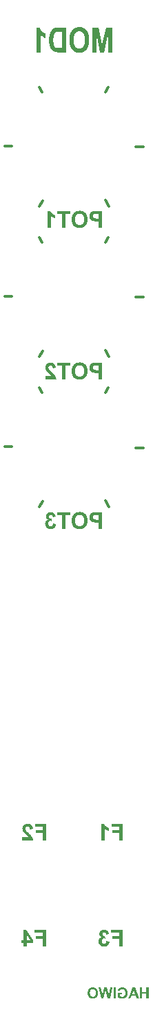
<source format=gbr>
%TF.GenerationSoftware,KiCad,Pcbnew,7.0.6*%
%TF.CreationDate,2024-10-30T00:01:58+09:00*%
%TF.ProjectId,frontpanel,66726f6e-7470-4616-9e65-6c2e6b696361,rev?*%
%TF.SameCoordinates,Original*%
%TF.FileFunction,Legend,Bot*%
%TF.FilePolarity,Positive*%
%FSLAX46Y46*%
G04 Gerber Fmt 4.6, Leading zero omitted, Abs format (unit mm)*
G04 Created by KiCad (PCBNEW 7.0.6) date 2024-10-30 00:01:58*
%MOMM*%
%LPD*%
G01*
G04 APERTURE LIST*
%ADD10C,0.300000*%
%ADD11C,0.400000*%
%ADD12C,0.260000*%
%ADD13C,0.600000*%
G04 APERTURE END LIST*
D10*
X57969600Y-49797200D02*
X57156800Y-49797200D01*
X69475800Y-61582800D02*
X69856800Y-60947800D01*
X73260400Y-86678000D02*
X74174800Y-86678000D01*
X61347800Y-79337400D02*
X61703400Y-79947000D01*
X73260400Y-68288400D02*
X74174800Y-68288400D01*
X69501200Y-56401200D02*
X69933000Y-57137800D01*
X61805000Y-56477400D02*
X61398600Y-57163200D01*
X69475800Y-79972400D02*
X69856800Y-79337400D01*
X73260400Y-49898800D02*
X74174800Y-49898800D01*
X69501200Y-74790800D02*
X69933000Y-75527400D01*
X61347800Y-60947800D02*
X61703400Y-61557400D01*
X61805000Y-74867000D02*
X61398600Y-75552800D01*
X69501200Y-93180400D02*
X69933000Y-93917000D01*
X61805000Y-93256600D02*
X61398600Y-93942400D01*
X61347800Y-42558200D02*
X61703400Y-43167800D01*
X57969600Y-68186800D02*
X57156800Y-68186800D01*
X57969600Y-86576400D02*
X57156800Y-86576400D01*
X69475800Y-43193200D02*
X69856800Y-42558200D01*
D11*
G36*
X62232393Y-134699600D02*
G01*
X62232393Y-132667499D01*
X60851933Y-132667499D01*
X60851933Y-133011393D01*
X61825973Y-133011393D01*
X61825973Y-133480339D01*
X60985289Y-133480339D01*
X60985289Y-133824233D01*
X61825973Y-133824233D01*
X61825973Y-134699600D01*
X62232393Y-134699600D01*
G37*
G36*
X59306852Y-134324442D02*
G01*
X59306852Y-134699600D01*
X60660446Y-134699600D01*
X60657355Y-134674465D01*
X60653577Y-134649499D01*
X60649112Y-134624701D01*
X60643960Y-134600071D01*
X60638121Y-134575608D01*
X60631595Y-134551314D01*
X60624382Y-134527187D01*
X60616482Y-134503228D01*
X60607896Y-134479437D01*
X60598622Y-134455815D01*
X60588662Y-134432360D01*
X60578014Y-134409073D01*
X60566680Y-134385954D01*
X60554658Y-134363002D01*
X60541950Y-134340219D01*
X60528555Y-134317604D01*
X60513979Y-134294551D01*
X60497727Y-134270579D01*
X60479800Y-134245688D01*
X60460198Y-134219876D01*
X60438920Y-134193145D01*
X60415967Y-134165494D01*
X60391338Y-134136923D01*
X60365034Y-134107433D01*
X60351254Y-134092343D01*
X60337055Y-134077023D01*
X60322437Y-134061473D01*
X60307401Y-134045693D01*
X60291945Y-134029683D01*
X60276071Y-134013443D01*
X60259778Y-133996973D01*
X60243066Y-133980274D01*
X60225935Y-133963344D01*
X60208385Y-133946185D01*
X60190416Y-133928795D01*
X60172029Y-133911176D01*
X60153223Y-133893327D01*
X60133998Y-133875247D01*
X60114354Y-133856938D01*
X60094291Y-133838399D01*
X60078155Y-133823469D01*
X60062414Y-133808844D01*
X60047067Y-133794523D01*
X60032116Y-133780506D01*
X60017560Y-133766794D01*
X59989632Y-133740282D01*
X59963284Y-133714987D01*
X59938517Y-133690910D01*
X59915329Y-133668051D01*
X59893721Y-133646409D01*
X59873693Y-133625984D01*
X59855245Y-133606776D01*
X59838377Y-133588786D01*
X59823089Y-133572014D01*
X59809381Y-133556459D01*
X59791781Y-133535408D01*
X59777736Y-133517097D01*
X59773845Y-133511602D01*
X59759615Y-133489371D01*
X59746785Y-133467192D01*
X59735355Y-133445064D01*
X59725324Y-133422988D01*
X59716693Y-133400963D01*
X59709462Y-133378990D01*
X59703630Y-133357068D01*
X59699198Y-133335198D01*
X59696165Y-133313379D01*
X59694532Y-133291612D01*
X59694221Y-133277129D01*
X59694831Y-133253652D01*
X59696660Y-133231213D01*
X59699708Y-133209814D01*
X59703976Y-133189454D01*
X59709463Y-133170132D01*
X59718675Y-133145986D01*
X59730055Y-133123688D01*
X59743603Y-133103236D01*
X59759319Y-133084632D01*
X59763586Y-133080269D01*
X59781752Y-133064126D01*
X59801566Y-133050136D01*
X59823029Y-133038298D01*
X59846140Y-133028612D01*
X59870901Y-133021079D01*
X59890553Y-133016841D01*
X59911132Y-133013814D01*
X59932639Y-133011998D01*
X59955073Y-133011393D01*
X59977349Y-133012028D01*
X59998750Y-133013935D01*
X60019275Y-133017112D01*
X60038924Y-133021560D01*
X60057698Y-133027278D01*
X60081366Y-133036880D01*
X60103478Y-133048741D01*
X60124033Y-133062861D01*
X60143030Y-133079241D01*
X60147536Y-133083689D01*
X60164427Y-133103259D01*
X60175863Y-133119900D01*
X60186243Y-133138224D01*
X60195567Y-133158231D01*
X60203834Y-133179921D01*
X60211045Y-133203293D01*
X60217201Y-133228349D01*
X60222300Y-133255088D01*
X60226343Y-133283510D01*
X60228451Y-133303393D01*
X60230090Y-133324024D01*
X60615017Y-133285922D01*
X60612736Y-133265436D01*
X60610168Y-133245315D01*
X60607313Y-133225559D01*
X60604171Y-133206169D01*
X60597025Y-133168485D01*
X60588730Y-133132263D01*
X60579287Y-133097502D01*
X60568695Y-133064203D01*
X60556954Y-133032365D01*
X60544064Y-133001990D01*
X60530026Y-132973075D01*
X60514839Y-132945623D01*
X60498504Y-132919632D01*
X60481019Y-132895103D01*
X60462386Y-132872035D01*
X60442604Y-132850429D01*
X60421674Y-132830285D01*
X60399595Y-132811602D01*
X60376527Y-132794152D01*
X60352754Y-132777828D01*
X60328274Y-132762630D01*
X60303088Y-132748557D01*
X60277197Y-132735610D01*
X60250599Y-132723789D01*
X60223295Y-132713094D01*
X60195286Y-132703525D01*
X60166570Y-132695081D01*
X60137148Y-132687764D01*
X60107020Y-132681572D01*
X60076187Y-132676505D01*
X60044647Y-132672565D01*
X60012401Y-132669751D01*
X59979449Y-132668062D01*
X59945792Y-132667499D01*
X59909043Y-132668125D01*
X59873290Y-132670003D01*
X59838533Y-132673132D01*
X59804772Y-132677513D01*
X59772007Y-132683146D01*
X59740238Y-132690030D01*
X59709466Y-132698167D01*
X59679689Y-132707555D01*
X59650908Y-132718195D01*
X59623124Y-132730086D01*
X59596335Y-132743230D01*
X59570543Y-132757625D01*
X59545747Y-132773271D01*
X59521946Y-132790170D01*
X59499142Y-132808320D01*
X59477334Y-132827722D01*
X59456690Y-132847996D01*
X59437377Y-132868885D01*
X59419397Y-132890388D01*
X59402748Y-132912505D01*
X59387431Y-132935237D01*
X59373447Y-132958583D01*
X59360794Y-132982544D01*
X59349473Y-133007119D01*
X59339483Y-133032308D01*
X59330826Y-133058112D01*
X59323501Y-133084530D01*
X59317507Y-133111563D01*
X59312846Y-133139210D01*
X59309516Y-133167472D01*
X59307518Y-133196348D01*
X59306852Y-133225838D01*
X59307282Y-133251097D01*
X59308570Y-133276133D01*
X59310716Y-133300946D01*
X59313722Y-133325535D01*
X59317586Y-133349901D01*
X59322308Y-133374044D01*
X59327890Y-133397964D01*
X59334330Y-133421660D01*
X59341628Y-133445133D01*
X59349786Y-133468383D01*
X59355701Y-133483759D01*
X59365358Y-133506764D01*
X59376011Y-133529983D01*
X59387660Y-133553418D01*
X59400306Y-133577067D01*
X59413947Y-133600931D01*
X59428584Y-133625009D01*
X59444218Y-133649302D01*
X59455194Y-133665617D01*
X59466612Y-133682027D01*
X59478473Y-133698533D01*
X59490777Y-133715133D01*
X59503523Y-133731830D01*
X59510062Y-133740214D01*
X59524239Y-133757570D01*
X59540390Y-133776300D01*
X59558517Y-133796405D01*
X59578618Y-133817883D01*
X59593116Y-133832965D01*
X59608492Y-133848657D01*
X59624746Y-133864961D01*
X59641877Y-133881874D01*
X59659886Y-133899399D01*
X59678773Y-133917534D01*
X59698538Y-133936280D01*
X59719180Y-133955636D01*
X59740700Y-133975603D01*
X59763098Y-133996180D01*
X59785412Y-134016567D01*
X59806680Y-134036083D01*
X59826903Y-134054730D01*
X59846079Y-134072506D01*
X59864211Y-134089412D01*
X59881296Y-134105448D01*
X59897336Y-134120614D01*
X59912330Y-134134910D01*
X59932861Y-134154722D01*
X59951039Y-134172577D01*
X59966864Y-134188474D01*
X59984305Y-134206624D01*
X59994640Y-134217953D01*
X60009452Y-134234978D01*
X60023358Y-134251860D01*
X60036357Y-134268600D01*
X60048450Y-134285196D01*
X60059636Y-134301649D01*
X60071864Y-134321203D01*
X60073775Y-134324442D01*
X59306852Y-134324442D01*
G37*
G36*
X69093324Y-96599600D02*
G01*
X68686415Y-96599600D01*
X68686415Y-95818022D01*
X68421168Y-95818022D01*
X68404045Y-95817994D01*
X68370565Y-95817769D01*
X68338104Y-95817319D01*
X68306661Y-95816643D01*
X68276238Y-95815743D01*
X68246833Y-95814617D01*
X68218448Y-95813266D01*
X68191081Y-95811690D01*
X68164733Y-95809888D01*
X68139404Y-95807862D01*
X68115095Y-95805610D01*
X68091804Y-95803134D01*
X68069532Y-95800432D01*
X68048279Y-95797505D01*
X68028045Y-95794352D01*
X67999605Y-95789202D01*
X67986186Y-95786082D01*
X67966117Y-95780694D01*
X67946115Y-95774456D01*
X67926183Y-95767367D01*
X67906319Y-95759429D01*
X67886524Y-95750640D01*
X67866797Y-95741002D01*
X67847140Y-95730513D01*
X67827551Y-95719175D01*
X67808030Y-95706986D01*
X67788579Y-95693947D01*
X67775775Y-95684759D01*
X67757099Y-95670183D01*
X67739058Y-95654654D01*
X67721653Y-95638172D01*
X67704884Y-95620737D01*
X67688749Y-95602349D01*
X67673250Y-95583007D01*
X67658387Y-95562713D01*
X67644159Y-95541465D01*
X67630566Y-95519264D01*
X67617609Y-95496110D01*
X67609446Y-95480128D01*
X67598189Y-95455295D01*
X67588116Y-95429432D01*
X67579229Y-95402539D01*
X67571527Y-95374615D01*
X67567050Y-95355426D01*
X67563101Y-95335780D01*
X67559677Y-95315676D01*
X67556781Y-95295114D01*
X67554411Y-95274094D01*
X67552568Y-95252615D01*
X67551251Y-95230679D01*
X67550461Y-95208285D01*
X67550265Y-95191295D01*
X67969318Y-95191295D01*
X67970036Y-95212941D01*
X67972188Y-95233916D01*
X67975776Y-95254218D01*
X67980798Y-95273849D01*
X67987255Y-95292809D01*
X67995147Y-95311096D01*
X68004474Y-95328712D01*
X68015236Y-95345657D01*
X68027265Y-95361716D01*
X68040393Y-95376676D01*
X68054620Y-95390536D01*
X68069946Y-95403298D01*
X68086372Y-95414961D01*
X68103896Y-95425524D01*
X68122520Y-95434989D01*
X68142242Y-95443354D01*
X68147466Y-95445247D01*
X68171470Y-95452220D01*
X68192740Y-95456818D01*
X68216808Y-95460875D01*
X68243676Y-95464391D01*
X68263143Y-95466435D01*
X68283854Y-95468238D01*
X68305809Y-95469801D01*
X68329008Y-95471123D01*
X68353451Y-95472205D01*
X68379139Y-95473047D01*
X68406070Y-95473648D01*
X68434246Y-95474008D01*
X68463666Y-95474128D01*
X68686415Y-95474128D01*
X68686415Y-94911393D01*
X68490044Y-94911393D01*
X68463141Y-94911446D01*
X68437387Y-94911607D01*
X68412781Y-94911874D01*
X68389325Y-94912248D01*
X68367016Y-94912729D01*
X68345857Y-94913316D01*
X68316272Y-94914398D01*
X68289271Y-94915721D01*
X68264855Y-94917283D01*
X68243023Y-94919087D01*
X68217935Y-94921865D01*
X68197441Y-94925071D01*
X68173192Y-94930291D01*
X68150028Y-94937161D01*
X68127947Y-94945679D01*
X68106949Y-94955845D01*
X68087036Y-94967660D01*
X68068206Y-94981124D01*
X68050460Y-94996237D01*
X68033799Y-95012998D01*
X68029831Y-95017431D01*
X68015223Y-95035898D01*
X68002629Y-95055541D01*
X67992050Y-95076358D01*
X67983486Y-95098352D01*
X67976938Y-95121520D01*
X67972404Y-95145865D01*
X67969885Y-95171384D01*
X67969318Y-95191295D01*
X67550265Y-95191295D01*
X67550198Y-95185433D01*
X67550654Y-95155798D01*
X67552022Y-95126853D01*
X67554302Y-95098599D01*
X67557494Y-95071036D01*
X67561599Y-95044164D01*
X67566615Y-95017982D01*
X67572544Y-94992491D01*
X67579385Y-94967691D01*
X67587138Y-94943581D01*
X67595802Y-94920163D01*
X67605379Y-94897435D01*
X67615868Y-94875398D01*
X67627270Y-94854051D01*
X67639583Y-94833396D01*
X67652808Y-94813431D01*
X67666946Y-94794156D01*
X67681761Y-94775644D01*
X67697018Y-94757963D01*
X67712718Y-94741114D01*
X67728861Y-94725097D01*
X67745447Y-94709912D01*
X67762475Y-94695559D01*
X67779946Y-94682037D01*
X67797860Y-94669348D01*
X67816216Y-94657491D01*
X67835015Y-94646466D01*
X67854257Y-94636272D01*
X67873942Y-94626911D01*
X67894069Y-94618382D01*
X67914639Y-94610684D01*
X67935651Y-94603819D01*
X67957106Y-94597785D01*
X67972162Y-94594118D01*
X67998537Y-94589060D01*
X68018649Y-94585984D01*
X68040783Y-94583145D01*
X68064940Y-94580542D01*
X68091120Y-94578176D01*
X68119323Y-94576047D01*
X68149548Y-94574154D01*
X68181795Y-94572497D01*
X68216066Y-94571078D01*
X68252359Y-94569895D01*
X68290674Y-94568948D01*
X68310591Y-94568564D01*
X68331012Y-94568238D01*
X68351940Y-94567972D01*
X68373373Y-94567765D01*
X68395312Y-94567617D01*
X68417757Y-94567529D01*
X68440707Y-94567499D01*
X69093324Y-94567499D01*
X69093324Y-96599600D01*
G37*
G36*
X66366313Y-94536549D02*
G01*
X66396356Y-94537488D01*
X66425954Y-94539052D01*
X66455104Y-94541243D01*
X66483809Y-94544059D01*
X66512066Y-94547502D01*
X66539878Y-94551570D01*
X66567242Y-94556264D01*
X66594161Y-94561584D01*
X66620632Y-94567530D01*
X66646658Y-94574101D01*
X66672236Y-94581299D01*
X66697368Y-94589122D01*
X66722054Y-94597571D01*
X66746293Y-94606647D01*
X66770086Y-94616348D01*
X66778888Y-94620134D01*
X66805036Y-94632239D01*
X66830797Y-94645459D01*
X66856172Y-94659796D01*
X66872874Y-94669974D01*
X66889404Y-94680648D01*
X66905763Y-94691819D01*
X66921950Y-94703485D01*
X66937965Y-94715648D01*
X66953808Y-94728306D01*
X66969480Y-94741461D01*
X66984980Y-94755112D01*
X67000308Y-94769259D01*
X67015464Y-94783902D01*
X67030449Y-94799041D01*
X67045092Y-94814493D01*
X67059346Y-94830197D01*
X67073210Y-94846153D01*
X67086686Y-94862361D01*
X67099772Y-94878821D01*
X67112469Y-94895532D01*
X67124776Y-94912496D01*
X67136695Y-94929711D01*
X67148224Y-94947178D01*
X67159363Y-94964897D01*
X67170114Y-94982868D01*
X67180475Y-95001091D01*
X67190447Y-95019566D01*
X67200030Y-95038292D01*
X67209223Y-95057271D01*
X67218027Y-95076501D01*
X67229148Y-95103145D01*
X67239551Y-95130563D01*
X67249237Y-95158756D01*
X67258205Y-95187723D01*
X67266456Y-95217465D01*
X67273990Y-95247982D01*
X67280805Y-95279274D01*
X67286904Y-95311341D01*
X67292285Y-95344182D01*
X67296948Y-95377798D01*
X67300894Y-95412188D01*
X67304123Y-95447353D01*
X67306634Y-95483293D01*
X67308428Y-95520008D01*
X67309504Y-95557497D01*
X67309863Y-95595761D01*
X67309604Y-95625784D01*
X67308827Y-95655401D01*
X67307531Y-95684612D01*
X67305718Y-95713418D01*
X67303387Y-95741818D01*
X67300538Y-95769813D01*
X67297170Y-95797402D01*
X67293285Y-95824586D01*
X67288881Y-95851365D01*
X67283960Y-95877738D01*
X67278520Y-95903705D01*
X67272562Y-95929267D01*
X67266086Y-95954424D01*
X67259093Y-95979175D01*
X67251581Y-96003521D01*
X67243551Y-96027461D01*
X67235003Y-96050995D01*
X67225937Y-96074124D01*
X67216353Y-96096848D01*
X67206250Y-96119166D01*
X67195630Y-96141079D01*
X67184492Y-96162586D01*
X67172835Y-96183688D01*
X67160661Y-96204384D01*
X67147968Y-96224675D01*
X67134758Y-96244560D01*
X67121029Y-96264040D01*
X67106782Y-96283114D01*
X67092018Y-96301783D01*
X67076735Y-96320046D01*
X67060934Y-96337904D01*
X67044615Y-96355357D01*
X67027857Y-96372307D01*
X67010740Y-96388719D01*
X66993262Y-96404593D01*
X66975426Y-96419928D01*
X66957229Y-96434726D01*
X66938673Y-96448986D01*
X66919757Y-96462707D01*
X66900481Y-96475890D01*
X66880846Y-96488536D01*
X66860851Y-96500643D01*
X66840496Y-96512212D01*
X66819782Y-96523243D01*
X66798708Y-96533736D01*
X66777274Y-96543691D01*
X66755481Y-96553107D01*
X66733327Y-96561986D01*
X66710815Y-96570327D01*
X66687942Y-96578129D01*
X66664710Y-96585393D01*
X66641118Y-96592120D01*
X66617167Y-96598308D01*
X66592855Y-96603958D01*
X66568184Y-96609070D01*
X66543154Y-96613643D01*
X66517764Y-96617679D01*
X66492014Y-96621177D01*
X66465904Y-96624136D01*
X66439435Y-96626558D01*
X66412606Y-96628441D01*
X66385417Y-96629786D01*
X66357869Y-96630594D01*
X66329960Y-96630863D01*
X66302413Y-96630592D01*
X66275214Y-96629781D01*
X66248363Y-96628428D01*
X66221860Y-96626535D01*
X66195706Y-96624101D01*
X66169899Y-96621125D01*
X66144441Y-96617609D01*
X66119331Y-96613552D01*
X66094570Y-96608954D01*
X66070157Y-96603815D01*
X66046092Y-96598135D01*
X66022375Y-96591913D01*
X65999006Y-96585151D01*
X65975986Y-96577849D01*
X65953314Y-96570005D01*
X65930990Y-96561620D01*
X65909014Y-96552694D01*
X65887387Y-96543227D01*
X65866107Y-96533219D01*
X65845177Y-96522671D01*
X65824594Y-96511581D01*
X65804359Y-96499950D01*
X65784473Y-96487779D01*
X65764935Y-96475066D01*
X65745745Y-96461813D01*
X65726904Y-96448018D01*
X65708411Y-96433683D01*
X65690266Y-96418806D01*
X65672469Y-96403389D01*
X65655020Y-96387431D01*
X65637920Y-96370931D01*
X65621168Y-96353891D01*
X65604849Y-96336372D01*
X65589048Y-96318436D01*
X65573765Y-96300083D01*
X65559000Y-96281313D01*
X65544754Y-96262126D01*
X65531025Y-96242522D01*
X65517814Y-96222501D01*
X65505122Y-96202064D01*
X65492947Y-96181209D01*
X65481291Y-96159938D01*
X65470153Y-96138249D01*
X65459532Y-96116144D01*
X65449430Y-96093621D01*
X65439846Y-96070682D01*
X65430780Y-96047326D01*
X65422232Y-96023553D01*
X65414202Y-95999363D01*
X65406690Y-95974756D01*
X65399696Y-95949732D01*
X65393220Y-95924291D01*
X65387263Y-95898433D01*
X65381823Y-95872158D01*
X65376901Y-95845467D01*
X65372498Y-95818358D01*
X65368612Y-95790833D01*
X65365245Y-95762890D01*
X65362396Y-95734531D01*
X65360064Y-95705755D01*
X65358251Y-95676561D01*
X65356956Y-95646951D01*
X65356179Y-95616924D01*
X65355920Y-95586480D01*
X65356003Y-95576710D01*
X65776506Y-95576710D01*
X65776658Y-95598733D01*
X65777115Y-95620409D01*
X65777876Y-95641739D01*
X65778941Y-95662722D01*
X65780310Y-95683359D01*
X65781984Y-95703650D01*
X65783963Y-95723594D01*
X65786245Y-95743192D01*
X65791724Y-95781350D01*
X65798419Y-95818122D01*
X65806332Y-95853508D01*
X65815463Y-95887509D01*
X65825811Y-95920125D01*
X65837376Y-95951356D01*
X65850159Y-95981201D01*
X65864159Y-96009661D01*
X65879376Y-96036736D01*
X65895811Y-96062426D01*
X65913463Y-96086730D01*
X65932333Y-96109648D01*
X65952153Y-96131121D01*
X65972656Y-96151208D01*
X65993842Y-96169910D01*
X66015711Y-96187226D01*
X66038264Y-96203157D01*
X66061499Y-96217703D01*
X66085418Y-96230863D01*
X66110020Y-96242639D01*
X66135305Y-96253028D01*
X66161273Y-96262033D01*
X66187924Y-96269652D01*
X66215258Y-96275886D01*
X66243275Y-96280735D01*
X66271976Y-96284198D01*
X66301359Y-96286276D01*
X66331426Y-96286969D01*
X66361502Y-96286270D01*
X66390914Y-96284175D01*
X66419662Y-96280683D01*
X66447747Y-96275795D01*
X66475167Y-96269509D01*
X66501923Y-96261827D01*
X66528015Y-96252748D01*
X66553443Y-96242272D01*
X66578207Y-96230400D01*
X66602306Y-96217130D01*
X66625742Y-96202464D01*
X66648514Y-96186402D01*
X66670622Y-96168942D01*
X66692066Y-96150086D01*
X66712845Y-96129833D01*
X66732961Y-96108183D01*
X66742668Y-96096815D01*
X66761158Y-96073096D01*
X66778416Y-96048069D01*
X66794440Y-96021733D01*
X66809232Y-95994088D01*
X66822791Y-95965133D01*
X66835118Y-95934870D01*
X66846212Y-95903298D01*
X66856073Y-95870417D01*
X66864702Y-95836227D01*
X66872098Y-95800727D01*
X66878261Y-95763919D01*
X66883192Y-95725802D01*
X66885195Y-95706253D01*
X66886890Y-95686376D01*
X66888277Y-95666172D01*
X66889355Y-95645641D01*
X66890126Y-95624782D01*
X66890588Y-95603597D01*
X66890742Y-95582084D01*
X66890592Y-95560245D01*
X66890141Y-95538752D01*
X66889390Y-95517605D01*
X66888338Y-95496805D01*
X66886985Y-95476351D01*
X66885332Y-95456243D01*
X66883379Y-95436482D01*
X66881125Y-95417067D01*
X66875715Y-95379276D01*
X66869104Y-95342871D01*
X66861290Y-95307851D01*
X66852274Y-95274216D01*
X66842056Y-95241966D01*
X66830635Y-95211102D01*
X66818013Y-95181623D01*
X66804188Y-95153529D01*
X66789162Y-95126821D01*
X66772933Y-95101498D01*
X66755502Y-95077560D01*
X66736869Y-95055008D01*
X66717253Y-95033831D01*
X66696874Y-95014021D01*
X66675732Y-94995577D01*
X66653826Y-94978499D01*
X66631158Y-94962787D01*
X66607726Y-94948442D01*
X66583530Y-94935462D01*
X66558572Y-94923849D01*
X66532850Y-94913603D01*
X66506365Y-94904722D01*
X66479116Y-94897208D01*
X66451105Y-94891060D01*
X66422330Y-94886278D01*
X66392792Y-94882862D01*
X66362491Y-94880813D01*
X66331426Y-94880130D01*
X66300428Y-94880805D01*
X66270205Y-94882832D01*
X66240756Y-94886209D01*
X66212083Y-94890938D01*
X66184184Y-94897017D01*
X66157059Y-94904447D01*
X66130710Y-94913229D01*
X66105135Y-94923361D01*
X66080335Y-94934844D01*
X66056309Y-94947678D01*
X66033058Y-94961863D01*
X66010582Y-94977400D01*
X65988881Y-94994287D01*
X65967954Y-95012525D01*
X65947802Y-95032114D01*
X65928425Y-95053054D01*
X65919079Y-95064006D01*
X65901276Y-95086957D01*
X65884659Y-95111305D01*
X65869230Y-95137049D01*
X65854988Y-95164191D01*
X65841932Y-95192729D01*
X65830064Y-95222664D01*
X65819382Y-95253996D01*
X65809887Y-95286725D01*
X65801579Y-95320850D01*
X65794458Y-95356372D01*
X65788523Y-95393291D01*
X65783776Y-95431606D01*
X65781847Y-95451288D01*
X65780215Y-95471319D01*
X65778880Y-95491699D01*
X65777841Y-95512428D01*
X65777100Y-95533506D01*
X65776654Y-95554934D01*
X65776506Y-95576710D01*
X65356003Y-95576710D01*
X65356181Y-95555765D01*
X65356964Y-95525475D01*
X65358268Y-95495609D01*
X65360095Y-95466168D01*
X65362443Y-95437151D01*
X65365314Y-95408559D01*
X65368706Y-95380391D01*
X65372620Y-95352648D01*
X65377056Y-95325330D01*
X65382014Y-95298436D01*
X65387494Y-95271966D01*
X65393495Y-95245922D01*
X65400019Y-95220301D01*
X65407064Y-95195106D01*
X65414631Y-95170335D01*
X65422720Y-95145988D01*
X65431331Y-95122066D01*
X65440464Y-95098569D01*
X65450119Y-95075496D01*
X65460296Y-95052848D01*
X65470994Y-95030624D01*
X65482214Y-95008825D01*
X65493957Y-94987450D01*
X65506221Y-94966500D01*
X65519007Y-94945975D01*
X65532315Y-94925874D01*
X65546145Y-94906198D01*
X65560496Y-94886946D01*
X65575370Y-94868119D01*
X65590765Y-94849716D01*
X65606682Y-94831738D01*
X65623122Y-94814184D01*
X65639996Y-94797084D01*
X65657218Y-94780526D01*
X65674789Y-94764512D01*
X65692708Y-94749040D01*
X65710975Y-94734111D01*
X65729591Y-94719725D01*
X65748554Y-94705882D01*
X65767866Y-94692582D01*
X65787526Y-94679824D01*
X65807535Y-94667610D01*
X65827891Y-94655938D01*
X65848596Y-94644810D01*
X65869649Y-94634224D01*
X65891050Y-94624181D01*
X65912800Y-94614680D01*
X65934898Y-94605723D01*
X65957344Y-94597309D01*
X65980138Y-94589437D01*
X66003280Y-94582108D01*
X66026771Y-94575322D01*
X66050610Y-94569079D01*
X66074797Y-94563379D01*
X66099333Y-94558222D01*
X66124216Y-94553608D01*
X66149448Y-94549536D01*
X66175028Y-94546008D01*
X66200957Y-94543022D01*
X66227233Y-94540579D01*
X66253858Y-94538679D01*
X66280831Y-94537322D01*
X66308153Y-94536507D01*
X66335822Y-94536236D01*
X66366313Y-94536549D01*
G37*
G36*
X64597302Y-96599600D02*
G01*
X64597302Y-94911393D01*
X65194720Y-94911393D01*
X65194720Y-94567499D01*
X63594441Y-94567499D01*
X63594441Y-94911393D01*
X64190393Y-94911393D01*
X64190393Y-96599600D01*
X64597302Y-96599600D01*
G37*
G36*
X63439591Y-96022698D02*
G01*
X63065899Y-95974338D01*
X63061982Y-96002196D01*
X63057009Y-96028800D01*
X63050980Y-96054151D01*
X63043894Y-96078248D01*
X63035753Y-96101091D01*
X63026555Y-96122681D01*
X63016301Y-96143017D01*
X63004991Y-96162100D01*
X62992625Y-96179928D01*
X62979202Y-96196503D01*
X62969667Y-96206857D01*
X62954721Y-96221174D01*
X62939190Y-96234082D01*
X62923076Y-96245583D01*
X62900682Y-96258726D01*
X62877250Y-96269366D01*
X62852780Y-96277502D01*
X62833746Y-96281962D01*
X62814129Y-96285013D01*
X62793927Y-96286656D01*
X62780135Y-96286969D01*
X62758117Y-96286166D01*
X62736761Y-96283757D01*
X62716065Y-96279743D01*
X62696031Y-96274123D01*
X62676658Y-96266897D01*
X62657947Y-96258066D01*
X62639896Y-96247629D01*
X62622507Y-96235586D01*
X62605778Y-96221938D01*
X62589711Y-96206683D01*
X62579367Y-96195622D01*
X62564701Y-96177932D01*
X62551478Y-96159117D01*
X62539697Y-96139177D01*
X62529359Y-96118113D01*
X62520463Y-96095924D01*
X62513010Y-96072609D01*
X62506999Y-96048170D01*
X62502431Y-96022606D01*
X62499305Y-95995918D01*
X62497622Y-95968104D01*
X62497302Y-95948937D01*
X62497993Y-95921992D01*
X62500067Y-95896111D01*
X62503523Y-95871296D01*
X62508361Y-95847545D01*
X62514582Y-95824859D01*
X62522186Y-95803238D01*
X62531172Y-95782682D01*
X62541540Y-95763190D01*
X62553291Y-95744763D01*
X62566424Y-95727401D01*
X62575948Y-95716417D01*
X62590903Y-95701053D01*
X62606459Y-95687200D01*
X62622616Y-95674858D01*
X62639375Y-95664027D01*
X62656734Y-95654708D01*
X62674694Y-95646900D01*
X62693256Y-95640603D01*
X62712419Y-95635817D01*
X62732182Y-95632543D01*
X62752547Y-95630780D01*
X62766457Y-95630444D01*
X62790364Y-95631148D01*
X62810503Y-95632724D01*
X62831542Y-95635200D01*
X62853482Y-95638578D01*
X62876322Y-95642856D01*
X62900063Y-95648035D01*
X62924705Y-95654114D01*
X62943778Y-95659265D01*
X62901279Y-95349076D01*
X62872535Y-95349199D01*
X62845105Y-95348103D01*
X62818989Y-95345787D01*
X62794186Y-95342253D01*
X62770698Y-95337498D01*
X62748523Y-95331525D01*
X62727661Y-95324332D01*
X62708114Y-95315920D01*
X62689880Y-95306289D01*
X62672960Y-95295438D01*
X62662410Y-95287527D01*
X62643061Y-95270491D01*
X62626292Y-95252112D01*
X62612103Y-95232389D01*
X62600494Y-95211323D01*
X62591465Y-95188914D01*
X62585015Y-95165161D01*
X62581146Y-95140065D01*
X62579936Y-95120362D01*
X62579856Y-95113626D01*
X62580802Y-95091133D01*
X62583642Y-95069815D01*
X62588374Y-95049673D01*
X62594999Y-95030706D01*
X62603517Y-95012914D01*
X62613928Y-94996298D01*
X62626231Y-94980857D01*
X62640428Y-94966592D01*
X62656082Y-94953655D01*
X62673004Y-94942442D01*
X62691192Y-94932955D01*
X62710648Y-94925193D01*
X62731370Y-94919155D01*
X62753360Y-94914843D01*
X62776616Y-94912255D01*
X62801140Y-94911393D01*
X62825366Y-94912393D01*
X62848706Y-94915392D01*
X62871161Y-94920392D01*
X62892731Y-94927391D01*
X62913415Y-94936390D01*
X62933214Y-94947388D01*
X62952128Y-94960387D01*
X62970156Y-94975385D01*
X62986764Y-94992184D01*
X63001663Y-95010830D01*
X63014852Y-95031324D01*
X63026332Y-95053664D01*
X63036101Y-95077852D01*
X63042307Y-95097205D01*
X63047550Y-95117597D01*
X63051832Y-95139028D01*
X63055152Y-95161498D01*
X63410770Y-95105322D01*
X63405982Y-95082290D01*
X63400901Y-95059847D01*
X63395526Y-95037991D01*
X63389857Y-95016723D01*
X63383894Y-94996042D01*
X63377637Y-94975949D01*
X63371086Y-94956444D01*
X63364242Y-94937527D01*
X63357103Y-94919197D01*
X63345845Y-94892805D01*
X63333925Y-94867735D01*
X63321344Y-94843987D01*
X63308102Y-94821561D01*
X63298907Y-94807345D01*
X63284374Y-94786792D01*
X63268802Y-94767080D01*
X63252191Y-94748209D01*
X63234541Y-94730180D01*
X63215852Y-94712992D01*
X63196124Y-94696646D01*
X63175357Y-94681142D01*
X63153552Y-94666478D01*
X63130707Y-94652657D01*
X63106823Y-94639677D01*
X63090323Y-94631491D01*
X63064857Y-94620055D01*
X63038832Y-94609743D01*
X63012249Y-94600557D01*
X62985108Y-94592496D01*
X62957409Y-94585559D01*
X62929152Y-94579747D01*
X62900336Y-94575061D01*
X62880816Y-94572561D01*
X62861047Y-94570561D01*
X62841031Y-94569061D01*
X62820766Y-94568061D01*
X62800254Y-94567562D01*
X62789905Y-94567499D01*
X62754808Y-94568192D01*
X62720593Y-94570270D01*
X62687260Y-94573733D01*
X62654808Y-94578582D01*
X62623237Y-94584815D01*
X62592549Y-94592435D01*
X62562742Y-94601439D01*
X62533816Y-94611829D01*
X62505772Y-94623604D01*
X62478609Y-94636765D01*
X62452329Y-94651311D01*
X62426929Y-94667242D01*
X62402411Y-94684558D01*
X62378775Y-94703260D01*
X62356021Y-94723347D01*
X62334147Y-94744819D01*
X62316993Y-94763103D01*
X62300946Y-94781685D01*
X62286005Y-94800564D01*
X62272171Y-94819741D01*
X62259443Y-94839215D01*
X62247823Y-94858988D01*
X62237309Y-94879057D01*
X62227902Y-94899425D01*
X62219601Y-94920090D01*
X62212408Y-94941053D01*
X62206321Y-94962314D01*
X62201340Y-94983872D01*
X62197467Y-95005728D01*
X62194700Y-95027882D01*
X62193040Y-95050333D01*
X62192487Y-95073082D01*
X62193618Y-95105095D01*
X62197013Y-95136287D01*
X62202670Y-95166659D01*
X62210591Y-95196211D01*
X62220775Y-95224942D01*
X62233222Y-95252852D01*
X62247932Y-95279942D01*
X62264905Y-95306212D01*
X62284141Y-95331660D01*
X62305640Y-95356289D01*
X62329402Y-95380097D01*
X62355427Y-95403084D01*
X62383715Y-95425251D01*
X62414267Y-95446598D01*
X62447081Y-95467124D01*
X62464337Y-95477079D01*
X62482159Y-95486829D01*
X62460814Y-95491960D01*
X62440011Y-95497828D01*
X62419751Y-95504432D01*
X62400032Y-95511772D01*
X62380855Y-95519850D01*
X62362220Y-95528663D01*
X62344127Y-95538214D01*
X62326576Y-95548500D01*
X62309567Y-95559524D01*
X62293099Y-95571284D01*
X62277174Y-95583780D01*
X62261790Y-95597013D01*
X62246949Y-95610983D01*
X62232649Y-95625689D01*
X62218892Y-95641131D01*
X62205676Y-95657311D01*
X62193076Y-95674013D01*
X62181290Y-95691146D01*
X62170316Y-95708710D01*
X62160155Y-95726706D01*
X62150807Y-95745133D01*
X62142272Y-95763991D01*
X62134550Y-95783281D01*
X62127640Y-95803001D01*
X62121544Y-95823153D01*
X62116260Y-95843737D01*
X62111789Y-95864751D01*
X62108131Y-95886197D01*
X62105286Y-95908074D01*
X62103254Y-95930382D01*
X62102035Y-95953121D01*
X62101628Y-95976292D01*
X62102386Y-96009929D01*
X62104658Y-96042940D01*
X62108446Y-96075325D01*
X62113749Y-96107084D01*
X62120567Y-96138217D01*
X62128899Y-96168725D01*
X62138747Y-96198606D01*
X62150110Y-96227862D01*
X62162989Y-96256492D01*
X62177382Y-96284496D01*
X62193290Y-96311874D01*
X62210713Y-96338626D01*
X62229652Y-96364752D01*
X62250105Y-96390253D01*
X62272074Y-96415127D01*
X62295557Y-96439376D01*
X62320109Y-96462564D01*
X62345406Y-96484256D01*
X62371446Y-96504452D01*
X62398231Y-96523151D01*
X62425759Y-96540355D01*
X62454033Y-96556063D01*
X62483050Y-96570275D01*
X62512811Y-96582991D01*
X62543317Y-96594211D01*
X62574566Y-96603935D01*
X62606560Y-96612163D01*
X62639298Y-96618895D01*
X62672781Y-96624131D01*
X62707007Y-96627871D01*
X62741978Y-96630115D01*
X62777692Y-96630863D01*
X62811463Y-96630206D01*
X62844508Y-96628237D01*
X62876828Y-96624955D01*
X62908423Y-96620360D01*
X62939293Y-96614453D01*
X62969438Y-96607232D01*
X62998858Y-96598699D01*
X63027553Y-96588853D01*
X63055523Y-96577694D01*
X63082767Y-96565222D01*
X63109286Y-96551438D01*
X63135081Y-96536341D01*
X63160150Y-96519931D01*
X63184494Y-96502208D01*
X63208113Y-96483172D01*
X63231007Y-96462824D01*
X63252888Y-96441355D01*
X63273589Y-96419081D01*
X63293112Y-96396002D01*
X63311455Y-96372118D01*
X63328618Y-96347428D01*
X63344603Y-96321934D01*
X63359408Y-96295634D01*
X63373034Y-96268528D01*
X63385481Y-96240618D01*
X63396749Y-96211902D01*
X63406837Y-96182381D01*
X63415746Y-96152055D01*
X63423476Y-96120924D01*
X63430027Y-96088987D01*
X63435398Y-96056245D01*
X63439591Y-96022698D01*
G37*
G36*
X71604993Y-147653600D02*
G01*
X71604993Y-145621499D01*
X70224533Y-145621499D01*
X70224533Y-145965393D01*
X71198573Y-145965393D01*
X71198573Y-146434339D01*
X70357889Y-146434339D01*
X70357889Y-146778233D01*
X71198573Y-146778233D01*
X71198573Y-147653600D01*
X71604993Y-147653600D01*
G37*
G36*
X69996898Y-147076698D02*
G01*
X69623207Y-147028338D01*
X69619290Y-147056196D01*
X69614317Y-147082800D01*
X69608287Y-147108151D01*
X69601202Y-147132248D01*
X69593060Y-147155091D01*
X69583863Y-147176681D01*
X69573609Y-147197017D01*
X69562299Y-147216100D01*
X69549932Y-147233928D01*
X69536510Y-147250503D01*
X69526975Y-147260857D01*
X69512028Y-147275174D01*
X69496498Y-147288082D01*
X69480384Y-147299583D01*
X69457990Y-147312726D01*
X69434558Y-147323366D01*
X69410088Y-147331502D01*
X69391054Y-147335962D01*
X69371436Y-147339013D01*
X69351235Y-147340656D01*
X69337442Y-147340969D01*
X69315425Y-147340166D01*
X69294068Y-147337757D01*
X69273373Y-147333743D01*
X69253339Y-147328123D01*
X69233966Y-147320897D01*
X69215254Y-147312066D01*
X69197204Y-147301629D01*
X69179814Y-147289586D01*
X69163086Y-147275938D01*
X69147019Y-147260683D01*
X69136675Y-147249622D01*
X69122009Y-147231932D01*
X69108785Y-147213117D01*
X69097004Y-147193177D01*
X69086666Y-147172113D01*
X69077770Y-147149924D01*
X69070317Y-147126609D01*
X69064306Y-147102170D01*
X69059738Y-147076606D01*
X69056613Y-147049918D01*
X69054930Y-147022104D01*
X69054609Y-147002937D01*
X69055300Y-146975992D01*
X69057374Y-146950111D01*
X69060830Y-146925296D01*
X69065669Y-146901545D01*
X69071890Y-146878859D01*
X69079493Y-146857238D01*
X69088479Y-146836682D01*
X69098848Y-146817190D01*
X69110599Y-146798763D01*
X69123732Y-146781401D01*
X69133255Y-146770417D01*
X69148211Y-146755053D01*
X69163767Y-146741200D01*
X69179924Y-146728858D01*
X69196682Y-146718027D01*
X69214042Y-146708708D01*
X69232002Y-146700900D01*
X69250564Y-146694603D01*
X69269726Y-146689817D01*
X69289490Y-146686543D01*
X69309854Y-146684780D01*
X69323765Y-146684444D01*
X69347672Y-146685148D01*
X69367810Y-146686724D01*
X69388849Y-146689200D01*
X69410789Y-146692578D01*
X69433630Y-146696856D01*
X69457371Y-146702035D01*
X69482013Y-146708114D01*
X69501085Y-146713265D01*
X69458587Y-146403076D01*
X69429843Y-146403199D01*
X69402413Y-146402103D01*
X69376297Y-146399787D01*
X69351494Y-146396253D01*
X69328005Y-146391498D01*
X69305830Y-146385525D01*
X69284969Y-146378332D01*
X69265421Y-146369920D01*
X69247188Y-146360289D01*
X69230268Y-146349438D01*
X69219717Y-146341527D01*
X69200369Y-146324491D01*
X69183600Y-146306112D01*
X69169411Y-146286389D01*
X69157802Y-146265323D01*
X69148773Y-146242914D01*
X69142323Y-146219161D01*
X69138453Y-146194065D01*
X69137244Y-146174362D01*
X69137163Y-146167626D01*
X69138110Y-146145133D01*
X69140949Y-146123815D01*
X69145681Y-146103673D01*
X69152306Y-146084706D01*
X69160824Y-146066914D01*
X69171235Y-146050298D01*
X69183539Y-146034857D01*
X69197736Y-146020592D01*
X69213390Y-146007655D01*
X69230311Y-145996442D01*
X69248500Y-145986955D01*
X69267955Y-145979193D01*
X69288678Y-145973155D01*
X69310667Y-145968843D01*
X69333924Y-145966255D01*
X69358447Y-145965393D01*
X69382673Y-145966393D01*
X69406014Y-145969392D01*
X69428469Y-145974392D01*
X69450038Y-145981391D01*
X69470723Y-145990390D01*
X69490522Y-146001388D01*
X69509435Y-146014387D01*
X69527463Y-146029385D01*
X69544072Y-146046184D01*
X69558971Y-146064830D01*
X69572160Y-146085324D01*
X69583639Y-146107664D01*
X69593409Y-146131852D01*
X69599614Y-146151205D01*
X69604858Y-146171597D01*
X69609140Y-146193028D01*
X69612460Y-146215498D01*
X69968078Y-146159322D01*
X69963290Y-146136290D01*
X69958209Y-146113847D01*
X69952833Y-146091991D01*
X69947164Y-146070723D01*
X69941201Y-146050042D01*
X69934944Y-146029949D01*
X69928394Y-146010444D01*
X69921549Y-145991527D01*
X69914411Y-145973197D01*
X69903152Y-145946805D01*
X69891233Y-145921735D01*
X69878652Y-145897987D01*
X69865410Y-145875561D01*
X69856214Y-145861345D01*
X69841681Y-145840792D01*
X69826109Y-145821080D01*
X69809499Y-145802209D01*
X69791849Y-145784180D01*
X69773160Y-145766992D01*
X69753432Y-145750646D01*
X69732665Y-145735142D01*
X69710859Y-145720478D01*
X69688014Y-145706657D01*
X69664131Y-145693677D01*
X69647631Y-145685491D01*
X69622164Y-145674055D01*
X69596140Y-145663743D01*
X69569557Y-145654557D01*
X69542416Y-145646496D01*
X69514717Y-145639559D01*
X69486459Y-145633747D01*
X69457644Y-145629061D01*
X69438123Y-145626561D01*
X69418355Y-145624561D01*
X69398339Y-145623061D01*
X69378074Y-145622061D01*
X69357562Y-145621562D01*
X69347212Y-145621499D01*
X69312116Y-145622192D01*
X69277901Y-145624270D01*
X69244567Y-145627733D01*
X69212115Y-145632582D01*
X69180545Y-145638815D01*
X69149856Y-145646435D01*
X69120049Y-145655439D01*
X69091124Y-145665829D01*
X69063080Y-145677604D01*
X69035917Y-145690765D01*
X69009636Y-145705311D01*
X68984237Y-145721242D01*
X68959719Y-145738558D01*
X68936083Y-145757260D01*
X68913328Y-145777347D01*
X68891455Y-145798819D01*
X68874301Y-145817103D01*
X68858253Y-145835685D01*
X68843312Y-145854564D01*
X68829478Y-145873741D01*
X68816751Y-145893215D01*
X68805130Y-145912988D01*
X68794617Y-145933057D01*
X68785209Y-145953425D01*
X68776909Y-145974090D01*
X68769715Y-145995053D01*
X68763628Y-146016314D01*
X68758648Y-146037872D01*
X68754774Y-146059728D01*
X68752008Y-146081882D01*
X68750348Y-146104333D01*
X68749794Y-146127082D01*
X68750926Y-146159095D01*
X68754320Y-146190287D01*
X68759978Y-146220659D01*
X68767899Y-146250211D01*
X68778082Y-146278942D01*
X68790529Y-146306852D01*
X68805239Y-146333942D01*
X68822212Y-146360212D01*
X68841448Y-146385660D01*
X68862947Y-146410289D01*
X68886709Y-146434097D01*
X68912735Y-146457084D01*
X68941023Y-146479251D01*
X68971574Y-146500598D01*
X69004389Y-146521124D01*
X69021645Y-146531079D01*
X69039466Y-146540829D01*
X69018122Y-146545960D01*
X68997319Y-146551828D01*
X68977058Y-146558432D01*
X68957340Y-146565772D01*
X68938163Y-146573850D01*
X68919528Y-146582663D01*
X68901435Y-146592214D01*
X68883884Y-146602500D01*
X68866874Y-146613524D01*
X68850407Y-146625284D01*
X68834482Y-146637780D01*
X68819098Y-146651013D01*
X68804257Y-146664983D01*
X68789957Y-146679689D01*
X68776199Y-146695131D01*
X68762983Y-146711311D01*
X68750384Y-146728013D01*
X68738597Y-146745146D01*
X68727623Y-146762710D01*
X68717463Y-146780706D01*
X68708115Y-146799133D01*
X68699579Y-146817991D01*
X68691857Y-146837281D01*
X68684948Y-146857001D01*
X68678851Y-146877153D01*
X68673568Y-146897737D01*
X68669097Y-146918751D01*
X68665439Y-146940197D01*
X68662594Y-146962074D01*
X68660562Y-146984382D01*
X68659342Y-147007121D01*
X68658936Y-147030292D01*
X68659693Y-147063929D01*
X68661966Y-147096940D01*
X68665754Y-147129325D01*
X68671056Y-147161084D01*
X68677874Y-147192217D01*
X68686207Y-147222725D01*
X68696055Y-147252606D01*
X68707418Y-147281862D01*
X68720296Y-147310492D01*
X68734689Y-147338496D01*
X68750598Y-147365874D01*
X68768021Y-147392626D01*
X68786959Y-147418752D01*
X68807413Y-147444253D01*
X68829381Y-147469127D01*
X68852865Y-147493376D01*
X68877417Y-147516564D01*
X68902713Y-147538256D01*
X68928754Y-147558452D01*
X68955538Y-147577151D01*
X68983067Y-147594355D01*
X69011340Y-147610063D01*
X69040357Y-147624275D01*
X69070119Y-147636991D01*
X69100624Y-147648211D01*
X69131874Y-147657935D01*
X69163868Y-147666163D01*
X69196606Y-147672895D01*
X69230088Y-147678131D01*
X69264315Y-147681871D01*
X69299285Y-147684115D01*
X69335000Y-147684863D01*
X69368770Y-147684206D01*
X69401816Y-147682237D01*
X69434136Y-147678955D01*
X69465731Y-147674360D01*
X69496601Y-147668453D01*
X69526746Y-147661232D01*
X69556166Y-147652699D01*
X69584860Y-147642853D01*
X69612830Y-147631694D01*
X69640075Y-147619222D01*
X69666594Y-147605438D01*
X69692388Y-147590341D01*
X69717458Y-147573931D01*
X69741802Y-147556208D01*
X69765421Y-147537172D01*
X69788315Y-147516824D01*
X69810196Y-147495355D01*
X69830897Y-147473081D01*
X69850419Y-147450002D01*
X69868762Y-147426118D01*
X69885926Y-147401428D01*
X69901911Y-147375934D01*
X69916716Y-147349634D01*
X69930342Y-147322528D01*
X69942789Y-147294618D01*
X69954056Y-147265902D01*
X69964145Y-147236381D01*
X69973054Y-147206055D01*
X69980784Y-147174924D01*
X69987335Y-147142987D01*
X69992706Y-147110245D01*
X69996898Y-147076698D01*
G37*
G36*
X69093324Y-59769600D02*
G01*
X68686415Y-59769600D01*
X68686415Y-58988022D01*
X68421168Y-58988022D01*
X68404045Y-58987994D01*
X68370565Y-58987769D01*
X68338104Y-58987319D01*
X68306661Y-58986643D01*
X68276238Y-58985743D01*
X68246833Y-58984617D01*
X68218448Y-58983266D01*
X68191081Y-58981690D01*
X68164733Y-58979888D01*
X68139404Y-58977862D01*
X68115095Y-58975610D01*
X68091804Y-58973134D01*
X68069532Y-58970432D01*
X68048279Y-58967505D01*
X68028045Y-58964352D01*
X67999605Y-58959202D01*
X67986186Y-58956082D01*
X67966117Y-58950694D01*
X67946115Y-58944456D01*
X67926183Y-58937367D01*
X67906319Y-58929429D01*
X67886524Y-58920640D01*
X67866797Y-58911002D01*
X67847140Y-58900513D01*
X67827551Y-58889175D01*
X67808030Y-58876986D01*
X67788579Y-58863947D01*
X67775775Y-58854759D01*
X67757099Y-58840183D01*
X67739058Y-58824654D01*
X67721653Y-58808172D01*
X67704884Y-58790737D01*
X67688749Y-58772349D01*
X67673250Y-58753007D01*
X67658387Y-58732713D01*
X67644159Y-58711465D01*
X67630566Y-58689264D01*
X67617609Y-58666110D01*
X67609446Y-58650128D01*
X67598189Y-58625295D01*
X67588116Y-58599432D01*
X67579229Y-58572539D01*
X67571527Y-58544615D01*
X67567050Y-58525426D01*
X67563101Y-58505780D01*
X67559677Y-58485676D01*
X67556781Y-58465114D01*
X67554411Y-58444094D01*
X67552568Y-58422615D01*
X67551251Y-58400679D01*
X67550461Y-58378285D01*
X67550265Y-58361295D01*
X67969318Y-58361295D01*
X67970036Y-58382941D01*
X67972188Y-58403916D01*
X67975776Y-58424218D01*
X67980798Y-58443849D01*
X67987255Y-58462809D01*
X67995147Y-58481096D01*
X68004474Y-58498712D01*
X68015236Y-58515657D01*
X68027265Y-58531716D01*
X68040393Y-58546676D01*
X68054620Y-58560536D01*
X68069946Y-58573298D01*
X68086372Y-58584961D01*
X68103896Y-58595524D01*
X68122520Y-58604989D01*
X68142242Y-58613354D01*
X68147466Y-58615247D01*
X68171470Y-58622220D01*
X68192740Y-58626818D01*
X68216808Y-58630875D01*
X68243676Y-58634391D01*
X68263143Y-58636435D01*
X68283854Y-58638238D01*
X68305809Y-58639801D01*
X68329008Y-58641123D01*
X68353451Y-58642205D01*
X68379139Y-58643047D01*
X68406070Y-58643648D01*
X68434246Y-58644008D01*
X68463666Y-58644128D01*
X68686415Y-58644128D01*
X68686415Y-58081393D01*
X68490044Y-58081393D01*
X68463141Y-58081446D01*
X68437387Y-58081607D01*
X68412781Y-58081874D01*
X68389325Y-58082248D01*
X68367016Y-58082729D01*
X68345857Y-58083316D01*
X68316272Y-58084398D01*
X68289271Y-58085721D01*
X68264855Y-58087283D01*
X68243023Y-58089087D01*
X68217935Y-58091865D01*
X68197441Y-58095071D01*
X68173192Y-58100291D01*
X68150028Y-58107161D01*
X68127947Y-58115679D01*
X68106949Y-58125845D01*
X68087036Y-58137660D01*
X68068206Y-58151124D01*
X68050460Y-58166237D01*
X68033799Y-58182998D01*
X68029831Y-58187431D01*
X68015223Y-58205898D01*
X68002629Y-58225541D01*
X67992050Y-58246358D01*
X67983486Y-58268352D01*
X67976938Y-58291520D01*
X67972404Y-58315865D01*
X67969885Y-58341384D01*
X67969318Y-58361295D01*
X67550265Y-58361295D01*
X67550198Y-58355433D01*
X67550654Y-58325798D01*
X67552022Y-58296853D01*
X67554302Y-58268599D01*
X67557494Y-58241036D01*
X67561599Y-58214164D01*
X67566615Y-58187982D01*
X67572544Y-58162491D01*
X67579385Y-58137691D01*
X67587138Y-58113581D01*
X67595802Y-58090163D01*
X67605379Y-58067435D01*
X67615868Y-58045398D01*
X67627270Y-58024051D01*
X67639583Y-58003396D01*
X67652808Y-57983431D01*
X67666946Y-57964156D01*
X67681761Y-57945644D01*
X67697018Y-57927963D01*
X67712718Y-57911114D01*
X67728861Y-57895097D01*
X67745447Y-57879912D01*
X67762475Y-57865559D01*
X67779946Y-57852037D01*
X67797860Y-57839348D01*
X67816216Y-57827491D01*
X67835015Y-57816466D01*
X67854257Y-57806272D01*
X67873942Y-57796911D01*
X67894069Y-57788382D01*
X67914639Y-57780684D01*
X67935651Y-57773819D01*
X67957106Y-57767785D01*
X67972162Y-57764118D01*
X67998537Y-57759060D01*
X68018649Y-57755984D01*
X68040783Y-57753145D01*
X68064940Y-57750542D01*
X68091120Y-57748176D01*
X68119323Y-57746047D01*
X68149548Y-57744154D01*
X68181795Y-57742497D01*
X68216066Y-57741078D01*
X68252359Y-57739895D01*
X68290674Y-57738948D01*
X68310591Y-57738564D01*
X68331012Y-57738238D01*
X68351940Y-57737972D01*
X68373373Y-57737765D01*
X68395312Y-57737617D01*
X68417757Y-57737529D01*
X68440707Y-57737499D01*
X69093324Y-57737499D01*
X69093324Y-59769600D01*
G37*
G36*
X66366313Y-57706549D02*
G01*
X66396356Y-57707488D01*
X66425954Y-57709052D01*
X66455104Y-57711243D01*
X66483809Y-57714059D01*
X66512066Y-57717502D01*
X66539878Y-57721570D01*
X66567242Y-57726264D01*
X66594161Y-57731584D01*
X66620632Y-57737530D01*
X66646658Y-57744101D01*
X66672236Y-57751299D01*
X66697368Y-57759122D01*
X66722054Y-57767571D01*
X66746293Y-57776647D01*
X66770086Y-57786348D01*
X66778888Y-57790134D01*
X66805036Y-57802239D01*
X66830797Y-57815459D01*
X66856172Y-57829796D01*
X66872874Y-57839974D01*
X66889404Y-57850648D01*
X66905763Y-57861819D01*
X66921950Y-57873485D01*
X66937965Y-57885648D01*
X66953808Y-57898306D01*
X66969480Y-57911461D01*
X66984980Y-57925112D01*
X67000308Y-57939259D01*
X67015464Y-57953902D01*
X67030449Y-57969041D01*
X67045092Y-57984493D01*
X67059346Y-58000197D01*
X67073210Y-58016153D01*
X67086686Y-58032361D01*
X67099772Y-58048821D01*
X67112469Y-58065532D01*
X67124776Y-58082496D01*
X67136695Y-58099711D01*
X67148224Y-58117178D01*
X67159363Y-58134897D01*
X67170114Y-58152868D01*
X67180475Y-58171091D01*
X67190447Y-58189566D01*
X67200030Y-58208292D01*
X67209223Y-58227271D01*
X67218027Y-58246501D01*
X67229148Y-58273145D01*
X67239551Y-58300563D01*
X67249237Y-58328756D01*
X67258205Y-58357723D01*
X67266456Y-58387465D01*
X67273990Y-58417982D01*
X67280805Y-58449274D01*
X67286904Y-58481341D01*
X67292285Y-58514182D01*
X67296948Y-58547798D01*
X67300894Y-58582188D01*
X67304123Y-58617353D01*
X67306634Y-58653293D01*
X67308428Y-58690008D01*
X67309504Y-58727497D01*
X67309863Y-58765761D01*
X67309604Y-58795784D01*
X67308827Y-58825401D01*
X67307531Y-58854612D01*
X67305718Y-58883418D01*
X67303387Y-58911818D01*
X67300538Y-58939813D01*
X67297170Y-58967402D01*
X67293285Y-58994586D01*
X67288881Y-59021365D01*
X67283960Y-59047738D01*
X67278520Y-59073705D01*
X67272562Y-59099267D01*
X67266086Y-59124424D01*
X67259093Y-59149175D01*
X67251581Y-59173521D01*
X67243551Y-59197461D01*
X67235003Y-59220995D01*
X67225937Y-59244124D01*
X67216353Y-59266848D01*
X67206250Y-59289166D01*
X67195630Y-59311079D01*
X67184492Y-59332586D01*
X67172835Y-59353688D01*
X67160661Y-59374384D01*
X67147968Y-59394675D01*
X67134758Y-59414560D01*
X67121029Y-59434040D01*
X67106782Y-59453114D01*
X67092018Y-59471783D01*
X67076735Y-59490046D01*
X67060934Y-59507904D01*
X67044615Y-59525357D01*
X67027857Y-59542307D01*
X67010740Y-59558719D01*
X66993262Y-59574593D01*
X66975426Y-59589928D01*
X66957229Y-59604726D01*
X66938673Y-59618986D01*
X66919757Y-59632707D01*
X66900481Y-59645890D01*
X66880846Y-59658536D01*
X66860851Y-59670643D01*
X66840496Y-59682212D01*
X66819782Y-59693243D01*
X66798708Y-59703736D01*
X66777274Y-59713691D01*
X66755481Y-59723107D01*
X66733327Y-59731986D01*
X66710815Y-59740327D01*
X66687942Y-59748129D01*
X66664710Y-59755393D01*
X66641118Y-59762120D01*
X66617167Y-59768308D01*
X66592855Y-59773958D01*
X66568184Y-59779070D01*
X66543154Y-59783643D01*
X66517764Y-59787679D01*
X66492014Y-59791177D01*
X66465904Y-59794136D01*
X66439435Y-59796558D01*
X66412606Y-59798441D01*
X66385417Y-59799786D01*
X66357869Y-59800594D01*
X66329960Y-59800863D01*
X66302413Y-59800592D01*
X66275214Y-59799781D01*
X66248363Y-59798428D01*
X66221860Y-59796535D01*
X66195706Y-59794101D01*
X66169899Y-59791125D01*
X66144441Y-59787609D01*
X66119331Y-59783552D01*
X66094570Y-59778954D01*
X66070157Y-59773815D01*
X66046092Y-59768135D01*
X66022375Y-59761913D01*
X65999006Y-59755151D01*
X65975986Y-59747849D01*
X65953314Y-59740005D01*
X65930990Y-59731620D01*
X65909014Y-59722694D01*
X65887387Y-59713227D01*
X65866107Y-59703219D01*
X65845177Y-59692671D01*
X65824594Y-59681581D01*
X65804359Y-59669950D01*
X65784473Y-59657779D01*
X65764935Y-59645066D01*
X65745745Y-59631813D01*
X65726904Y-59618018D01*
X65708411Y-59603683D01*
X65690266Y-59588806D01*
X65672469Y-59573389D01*
X65655020Y-59557431D01*
X65637920Y-59540931D01*
X65621168Y-59523891D01*
X65604849Y-59506372D01*
X65589048Y-59488436D01*
X65573765Y-59470083D01*
X65559000Y-59451313D01*
X65544754Y-59432126D01*
X65531025Y-59412522D01*
X65517814Y-59392501D01*
X65505122Y-59372064D01*
X65492947Y-59351209D01*
X65481291Y-59329938D01*
X65470153Y-59308249D01*
X65459532Y-59286144D01*
X65449430Y-59263621D01*
X65439846Y-59240682D01*
X65430780Y-59217326D01*
X65422232Y-59193553D01*
X65414202Y-59169363D01*
X65406690Y-59144756D01*
X65399696Y-59119732D01*
X65393220Y-59094291D01*
X65387263Y-59068433D01*
X65381823Y-59042158D01*
X65376901Y-59015467D01*
X65372498Y-58988358D01*
X65368612Y-58960833D01*
X65365245Y-58932890D01*
X65362396Y-58904531D01*
X65360064Y-58875755D01*
X65358251Y-58846561D01*
X65356956Y-58816951D01*
X65356179Y-58786924D01*
X65355920Y-58756480D01*
X65356003Y-58746710D01*
X65776506Y-58746710D01*
X65776658Y-58768733D01*
X65777115Y-58790409D01*
X65777876Y-58811739D01*
X65778941Y-58832722D01*
X65780310Y-58853359D01*
X65781984Y-58873650D01*
X65783963Y-58893594D01*
X65786245Y-58913192D01*
X65791724Y-58951350D01*
X65798419Y-58988122D01*
X65806332Y-59023508D01*
X65815463Y-59057509D01*
X65825811Y-59090125D01*
X65837376Y-59121356D01*
X65850159Y-59151201D01*
X65864159Y-59179661D01*
X65879376Y-59206736D01*
X65895811Y-59232426D01*
X65913463Y-59256730D01*
X65932333Y-59279648D01*
X65952153Y-59301121D01*
X65972656Y-59321208D01*
X65993842Y-59339910D01*
X66015711Y-59357226D01*
X66038264Y-59373157D01*
X66061499Y-59387703D01*
X66085418Y-59400863D01*
X66110020Y-59412639D01*
X66135305Y-59423028D01*
X66161273Y-59432033D01*
X66187924Y-59439652D01*
X66215258Y-59445886D01*
X66243275Y-59450735D01*
X66271976Y-59454198D01*
X66301359Y-59456276D01*
X66331426Y-59456969D01*
X66361502Y-59456270D01*
X66390914Y-59454175D01*
X66419662Y-59450683D01*
X66447747Y-59445795D01*
X66475167Y-59439509D01*
X66501923Y-59431827D01*
X66528015Y-59422748D01*
X66553443Y-59412272D01*
X66578207Y-59400400D01*
X66602306Y-59387130D01*
X66625742Y-59372464D01*
X66648514Y-59356402D01*
X66670622Y-59338942D01*
X66692066Y-59320086D01*
X66712845Y-59299833D01*
X66732961Y-59278183D01*
X66742668Y-59266815D01*
X66761158Y-59243096D01*
X66778416Y-59218069D01*
X66794440Y-59191733D01*
X66809232Y-59164088D01*
X66822791Y-59135133D01*
X66835118Y-59104870D01*
X66846212Y-59073298D01*
X66856073Y-59040417D01*
X66864702Y-59006227D01*
X66872098Y-58970727D01*
X66878261Y-58933919D01*
X66883192Y-58895802D01*
X66885195Y-58876253D01*
X66886890Y-58856376D01*
X66888277Y-58836172D01*
X66889355Y-58815641D01*
X66890126Y-58794782D01*
X66890588Y-58773597D01*
X66890742Y-58752084D01*
X66890592Y-58730245D01*
X66890141Y-58708752D01*
X66889390Y-58687605D01*
X66888338Y-58666805D01*
X66886985Y-58646351D01*
X66885332Y-58626243D01*
X66883379Y-58606482D01*
X66881125Y-58587067D01*
X66875715Y-58549276D01*
X66869104Y-58512871D01*
X66861290Y-58477851D01*
X66852274Y-58444216D01*
X66842056Y-58411966D01*
X66830635Y-58381102D01*
X66818013Y-58351623D01*
X66804188Y-58323529D01*
X66789162Y-58296821D01*
X66772933Y-58271498D01*
X66755502Y-58247560D01*
X66736869Y-58225008D01*
X66717253Y-58203831D01*
X66696874Y-58184021D01*
X66675732Y-58165577D01*
X66653826Y-58148499D01*
X66631158Y-58132787D01*
X66607726Y-58118442D01*
X66583530Y-58105462D01*
X66558572Y-58093849D01*
X66532850Y-58083603D01*
X66506365Y-58074722D01*
X66479116Y-58067208D01*
X66451105Y-58061060D01*
X66422330Y-58056278D01*
X66392792Y-58052862D01*
X66362491Y-58050813D01*
X66331426Y-58050130D01*
X66300428Y-58050805D01*
X66270205Y-58052832D01*
X66240756Y-58056209D01*
X66212083Y-58060938D01*
X66184184Y-58067017D01*
X66157059Y-58074447D01*
X66130710Y-58083229D01*
X66105135Y-58093361D01*
X66080335Y-58104844D01*
X66056309Y-58117678D01*
X66033058Y-58131863D01*
X66010582Y-58147400D01*
X65988881Y-58164287D01*
X65967954Y-58182525D01*
X65947802Y-58202114D01*
X65928425Y-58223054D01*
X65919079Y-58234006D01*
X65901276Y-58256957D01*
X65884659Y-58281305D01*
X65869230Y-58307049D01*
X65854988Y-58334191D01*
X65841932Y-58362729D01*
X65830064Y-58392664D01*
X65819382Y-58423996D01*
X65809887Y-58456725D01*
X65801579Y-58490850D01*
X65794458Y-58526372D01*
X65788523Y-58563291D01*
X65783776Y-58601606D01*
X65781847Y-58621288D01*
X65780215Y-58641319D01*
X65778880Y-58661699D01*
X65777841Y-58682428D01*
X65777100Y-58703506D01*
X65776654Y-58724934D01*
X65776506Y-58746710D01*
X65356003Y-58746710D01*
X65356181Y-58725765D01*
X65356964Y-58695475D01*
X65358268Y-58665609D01*
X65360095Y-58636168D01*
X65362443Y-58607151D01*
X65365314Y-58578559D01*
X65368706Y-58550391D01*
X65372620Y-58522648D01*
X65377056Y-58495330D01*
X65382014Y-58468436D01*
X65387494Y-58441966D01*
X65393495Y-58415922D01*
X65400019Y-58390301D01*
X65407064Y-58365106D01*
X65414631Y-58340335D01*
X65422720Y-58315988D01*
X65431331Y-58292066D01*
X65440464Y-58268569D01*
X65450119Y-58245496D01*
X65460296Y-58222848D01*
X65470994Y-58200624D01*
X65482214Y-58178825D01*
X65493957Y-58157450D01*
X65506221Y-58136500D01*
X65519007Y-58115975D01*
X65532315Y-58095874D01*
X65546145Y-58076198D01*
X65560496Y-58056946D01*
X65575370Y-58038119D01*
X65590765Y-58019716D01*
X65606682Y-58001738D01*
X65623122Y-57984184D01*
X65639996Y-57967084D01*
X65657218Y-57950526D01*
X65674789Y-57934512D01*
X65692708Y-57919040D01*
X65710975Y-57904111D01*
X65729591Y-57889725D01*
X65748554Y-57875882D01*
X65767866Y-57862582D01*
X65787526Y-57849824D01*
X65807535Y-57837610D01*
X65827891Y-57825938D01*
X65848596Y-57814810D01*
X65869649Y-57804224D01*
X65891050Y-57794181D01*
X65912800Y-57784680D01*
X65934898Y-57775723D01*
X65957344Y-57767309D01*
X65980138Y-57759437D01*
X66003280Y-57752108D01*
X66026771Y-57745322D01*
X66050610Y-57739079D01*
X66074797Y-57733379D01*
X66099333Y-57728222D01*
X66124216Y-57723608D01*
X66149448Y-57719536D01*
X66175028Y-57716008D01*
X66200957Y-57713022D01*
X66227233Y-57710579D01*
X66253858Y-57708679D01*
X66280831Y-57707322D01*
X66308153Y-57706507D01*
X66335822Y-57706236D01*
X66366313Y-57706549D01*
G37*
G36*
X64597302Y-59769600D02*
G01*
X64597302Y-58081393D01*
X65194720Y-58081393D01*
X65194720Y-57737499D01*
X63594441Y-57737499D01*
X63594441Y-58081393D01*
X64190393Y-58081393D01*
X64190393Y-59769600D01*
X64597302Y-59769600D01*
G37*
G36*
X62438195Y-59769600D02*
G01*
X62824099Y-59769600D01*
X62824099Y-58299258D01*
X62850834Y-58325327D01*
X62878160Y-58350533D01*
X62906078Y-58374877D01*
X62934588Y-58398359D01*
X62963689Y-58420978D01*
X62993382Y-58442735D01*
X63023666Y-58463629D01*
X63054542Y-58483661D01*
X63086009Y-58502830D01*
X63118068Y-58521137D01*
X63150718Y-58538581D01*
X63183960Y-58555163D01*
X63217793Y-58570882D01*
X63252218Y-58585739D01*
X63287235Y-58599734D01*
X63322842Y-58612865D01*
X63322842Y-58237708D01*
X63303872Y-58231324D01*
X63284695Y-58224260D01*
X63265312Y-58216516D01*
X63245723Y-58208094D01*
X63225928Y-58198992D01*
X63205926Y-58189211D01*
X63185719Y-58178750D01*
X63165306Y-58167611D01*
X63144686Y-58155792D01*
X63123861Y-58143293D01*
X63102829Y-58130116D01*
X63081592Y-58116259D01*
X63060148Y-58101722D01*
X63038498Y-58086507D01*
X63016642Y-58070612D01*
X62994580Y-58054038D01*
X62972850Y-58036887D01*
X62951990Y-58019386D01*
X62932001Y-58001533D01*
X62912881Y-57983329D01*
X62894631Y-57964775D01*
X62877252Y-57945869D01*
X62860743Y-57926612D01*
X62845103Y-57907004D01*
X62830334Y-57887044D01*
X62816435Y-57866734D01*
X62803407Y-57846073D01*
X62791248Y-57825060D01*
X62779959Y-57803696D01*
X62769541Y-57781982D01*
X62759992Y-57759916D01*
X62751314Y-57737499D01*
X62438195Y-57737499D01*
X62438195Y-59769600D01*
G37*
G36*
X62206993Y-147653600D02*
G01*
X62206993Y-145621499D01*
X60826533Y-145621499D01*
X60826533Y-145965393D01*
X61800573Y-145965393D01*
X61800573Y-146434339D01*
X60959889Y-146434339D01*
X60959889Y-146778233D01*
X61800573Y-146778233D01*
X61800573Y-147653600D01*
X62206993Y-147653600D01*
G37*
G36*
X60652632Y-146904751D02*
G01*
X60652632Y-147247179D01*
X59828556Y-147247179D01*
X59828556Y-147653600D01*
X59454865Y-147653600D01*
X59454865Y-147247179D01*
X59204760Y-147247179D01*
X59204760Y-146903285D01*
X59454865Y-146903285D01*
X59454865Y-146240899D01*
X59828556Y-146240899D01*
X59828556Y-146903285D01*
X60291152Y-146903285D01*
X59828556Y-146240899D01*
X59454865Y-146240899D01*
X59454865Y-145652762D01*
X59778731Y-145652762D01*
X60652632Y-146904751D01*
G37*
D12*
G36*
X74806807Y-154019500D02*
G01*
X74806807Y-152698634D01*
X74542634Y-152698634D01*
X74542634Y-153226980D01*
X74024448Y-153226980D01*
X74024448Y-152698634D01*
X73760275Y-152698634D01*
X73760275Y-154019500D01*
X74024448Y-154019500D01*
X74024448Y-153450511D01*
X74542634Y-153450511D01*
X74542634Y-154019500D01*
X74806807Y-154019500D01*
G37*
G36*
X73627554Y-154019500D02*
G01*
X73347187Y-154019500D01*
X73239232Y-153714684D01*
X72715648Y-153714684D01*
X72601343Y-154019500D01*
X72313991Y-154019500D01*
X72523679Y-153491153D01*
X72800743Y-153491153D01*
X73157948Y-153491153D01*
X72981092Y-153023770D01*
X72800743Y-153491153D01*
X72523679Y-153491153D01*
X72838210Y-152698634D01*
X73117623Y-152698634D01*
X73627554Y-154019500D01*
G37*
G36*
X71572274Y-153531795D02*
G01*
X71572274Y-153308264D01*
X71002334Y-153308264D01*
X71002334Y-153839151D01*
X71013023Y-153849038D01*
X71024292Y-153858777D01*
X71036142Y-153868367D01*
X71048572Y-153877808D01*
X71061583Y-153887100D01*
X71075174Y-153896244D01*
X71089345Y-153905238D01*
X71104098Y-153914084D01*
X71119430Y-153922781D01*
X71135343Y-153931329D01*
X71151837Y-153939729D01*
X71168910Y-153947979D01*
X71186565Y-153956081D01*
X71204800Y-153964033D01*
X71223615Y-153971837D01*
X71243011Y-153979493D01*
X71262713Y-153986798D01*
X71282447Y-153993632D01*
X71302214Y-153999995D01*
X71322013Y-154005886D01*
X71341844Y-154011306D01*
X71361707Y-154016255D01*
X71381603Y-154020732D01*
X71401530Y-154024739D01*
X71421490Y-154028273D01*
X71441483Y-154031337D01*
X71461507Y-154033929D01*
X71481564Y-154036050D01*
X71501653Y-154037700D01*
X71521775Y-154038878D01*
X71541928Y-154039585D01*
X71562114Y-154039821D01*
X71574902Y-154039736D01*
X71600169Y-154039059D01*
X71625025Y-154037704D01*
X71649469Y-154035673D01*
X71673501Y-154032964D01*
X71697121Y-154029578D01*
X71720329Y-154025515D01*
X71743126Y-154020774D01*
X71765511Y-154015357D01*
X71787484Y-154009262D01*
X71809045Y-154002490D01*
X71830195Y-153995041D01*
X71850932Y-153986914D01*
X71871258Y-153978111D01*
X71891172Y-153968630D01*
X71910675Y-153958472D01*
X71920272Y-153953139D01*
X71939066Y-153942013D01*
X71957267Y-153930307D01*
X71974876Y-153918021D01*
X71991891Y-153905154D01*
X72008314Y-153891707D01*
X72024144Y-153877679D01*
X72039381Y-153863071D01*
X72054025Y-153847882D01*
X72068076Y-153832113D01*
X72081535Y-153815764D01*
X72094400Y-153798834D01*
X72106673Y-153781323D01*
X72118353Y-153763232D01*
X72129440Y-153744561D01*
X72139934Y-153725309D01*
X72149835Y-153705476D01*
X72159140Y-153685204D01*
X72167845Y-153664710D01*
X72175949Y-153643996D01*
X72183452Y-153623061D01*
X72190356Y-153601906D01*
X72196659Y-153580529D01*
X72202362Y-153558932D01*
X72207465Y-153537114D01*
X72211967Y-153515075D01*
X72215869Y-153492815D01*
X72219170Y-153470335D01*
X72221872Y-153447634D01*
X72223973Y-153424712D01*
X72225474Y-153401569D01*
X72226374Y-153378206D01*
X72226674Y-153354622D01*
X72226591Y-153341807D01*
X72226339Y-153329083D01*
X72225335Y-153303903D01*
X72223660Y-153279084D01*
X72221316Y-153254624D01*
X72218302Y-153230524D01*
X72214619Y-153206783D01*
X72210265Y-153183403D01*
X72205242Y-153160381D01*
X72199549Y-153137720D01*
X72193186Y-153115418D01*
X72186154Y-153093476D01*
X72178452Y-153071894D01*
X72170080Y-153050671D01*
X72161038Y-153029808D01*
X72151326Y-153009305D01*
X72140945Y-152989161D01*
X72129919Y-152969449D01*
X72118272Y-152950320D01*
X72106006Y-152931774D01*
X72093119Y-152913811D01*
X72079612Y-152896430D01*
X72065485Y-152879633D01*
X72050738Y-152863419D01*
X72035371Y-152847787D01*
X72019384Y-152832739D01*
X72002776Y-152818273D01*
X71985548Y-152804390D01*
X71967701Y-152791091D01*
X71949233Y-152778374D01*
X71930144Y-152766240D01*
X71910436Y-152754689D01*
X71890108Y-152743721D01*
X71874112Y-152735801D01*
X71857637Y-152728391D01*
X71840683Y-152721493D01*
X71823251Y-152715105D01*
X71805340Y-152709229D01*
X71786950Y-152703863D01*
X71768081Y-152699009D01*
X71748734Y-152694665D01*
X71728908Y-152690833D01*
X71708603Y-152687511D01*
X71687819Y-152684701D01*
X71666557Y-152682401D01*
X71644816Y-152680613D01*
X71622596Y-152679335D01*
X71599897Y-152678569D01*
X71576720Y-152678313D01*
X71561583Y-152678419D01*
X71546656Y-152678735D01*
X71531938Y-152679262D01*
X71517429Y-152680000D01*
X71503128Y-152680949D01*
X71489037Y-152682108D01*
X71475155Y-152683479D01*
X71461481Y-152685060D01*
X71448017Y-152686853D01*
X71434762Y-152688856D01*
X71421715Y-152691070D01*
X71408878Y-152693494D01*
X71396249Y-152696130D01*
X71383830Y-152698977D01*
X71359618Y-152705302D01*
X71336242Y-152712471D01*
X71313703Y-152720483D01*
X71291999Y-152729339D01*
X71271131Y-152739038D01*
X71251099Y-152749581D01*
X71231903Y-152760966D01*
X71213542Y-152773196D01*
X71196018Y-152786269D01*
X71179254Y-152800085D01*
X71163255Y-152814547D01*
X71148019Y-152829654D01*
X71133547Y-152845406D01*
X71119839Y-152861803D01*
X71106896Y-152878844D01*
X71094716Y-152896531D01*
X71083300Y-152914862D01*
X71072649Y-152933839D01*
X71062761Y-152953460D01*
X71053637Y-152973727D01*
X71045278Y-152994638D01*
X71037682Y-153016195D01*
X71030851Y-153038396D01*
X71024783Y-153061242D01*
X71019480Y-153084733D01*
X71282065Y-153125375D01*
X71285709Y-153112606D01*
X71289735Y-153100177D01*
X71294143Y-153088088D01*
X71301471Y-153070592D01*
X71309659Y-153053860D01*
X71318707Y-153037893D01*
X71328613Y-153022690D01*
X71339380Y-153008252D01*
X71351006Y-152994579D01*
X71363491Y-152981670D01*
X71376836Y-152969526D01*
X71386210Y-152961855D01*
X71400833Y-152951130D01*
X71416126Y-152941461D01*
X71432089Y-152932846D01*
X71448721Y-152925286D01*
X71466023Y-152918781D01*
X71483995Y-152913331D01*
X71496348Y-152910283D01*
X71508999Y-152907705D01*
X71521948Y-152905595D01*
X71535195Y-152903954D01*
X71548739Y-152902782D01*
X71562580Y-152902079D01*
X71576720Y-152901844D01*
X71598112Y-152902280D01*
X71618949Y-152903586D01*
X71639231Y-152905762D01*
X71658956Y-152908810D01*
X71678126Y-152912728D01*
X71696741Y-152917517D01*
X71714799Y-152923176D01*
X71732302Y-152929706D01*
X71749250Y-152937107D01*
X71765641Y-152945379D01*
X71781478Y-152954521D01*
X71796758Y-152964534D01*
X71811483Y-152975417D01*
X71825652Y-152987172D01*
X71839265Y-152999797D01*
X71852323Y-153013292D01*
X71864704Y-153027606D01*
X71876286Y-153042767D01*
X71887069Y-153058773D01*
X71897053Y-153075625D01*
X71906239Y-153093322D01*
X71914626Y-153111866D01*
X71922214Y-153131256D01*
X71929003Y-153151491D01*
X71934994Y-153172572D01*
X71940186Y-153194499D01*
X71944579Y-153217273D01*
X71948173Y-153240891D01*
X71950969Y-153265356D01*
X71952966Y-153290667D01*
X71953665Y-153303640D01*
X71954164Y-153316824D01*
X71954463Y-153330219D01*
X71954563Y-153343826D01*
X71954462Y-153358475D01*
X71954159Y-153372894D01*
X71953654Y-153387081D01*
X71952946Y-153401038D01*
X71952036Y-153414765D01*
X71950924Y-153428260D01*
X71949610Y-153441525D01*
X71948094Y-153454560D01*
X71946376Y-153467363D01*
X71944455Y-153479936D01*
X71940007Y-153504390D01*
X71934751Y-153527921D01*
X71928686Y-153550529D01*
X71921812Y-153572214D01*
X71914130Y-153592977D01*
X71905639Y-153612816D01*
X71896339Y-153631733D01*
X71886230Y-153649728D01*
X71875313Y-153666799D01*
X71863588Y-153682948D01*
X71851053Y-153698174D01*
X71837824Y-153712477D01*
X71824094Y-153725857D01*
X71809863Y-153738315D01*
X71795131Y-153749849D01*
X71779897Y-153760461D01*
X71764163Y-153770150D01*
X71747928Y-153778917D01*
X71731191Y-153786760D01*
X71713953Y-153793681D01*
X71696215Y-153799679D01*
X71677975Y-153804755D01*
X71659234Y-153808907D01*
X71639992Y-153812137D01*
X71620249Y-153814444D01*
X71600005Y-153815828D01*
X71579260Y-153816289D01*
X71563716Y-153815996D01*
X71548161Y-153815117D01*
X71532594Y-153813652D01*
X71517017Y-153811601D01*
X71501428Y-153808964D01*
X71485828Y-153805741D01*
X71470217Y-153801931D01*
X71454595Y-153797536D01*
X71438962Y-153792555D01*
X71423317Y-153786987D01*
X71412882Y-153782950D01*
X71397431Y-153776574D01*
X71382393Y-153769946D01*
X71367768Y-153763067D01*
X71353556Y-153755937D01*
X71339757Y-153748555D01*
X71326371Y-153740923D01*
X71313398Y-153733039D01*
X71300838Y-153724904D01*
X71288691Y-153716519D01*
X71276958Y-153707881D01*
X71269364Y-153701984D01*
X71269364Y-153531795D01*
X71572274Y-153531795D01*
G37*
G36*
X70774357Y-154019500D02*
G01*
X70774357Y-152698634D01*
X70510184Y-152698634D01*
X70510184Y-154019500D01*
X70774357Y-154019500D01*
G37*
G36*
X70075188Y-154019500D02*
G01*
X70387623Y-152698634D01*
X70117100Y-152698634D01*
X69919923Y-153606094D01*
X69680516Y-152698634D01*
X69366175Y-152698634D01*
X69136611Y-153621335D01*
X68935624Y-152698634D01*
X68669546Y-152698634D01*
X68987379Y-154019500D01*
X69267745Y-154019500D01*
X69528743Y-153032026D01*
X69788471Y-154019500D01*
X70075188Y-154019500D01*
G37*
G36*
X67984162Y-152678517D02*
G01*
X68003691Y-152679127D01*
X68022929Y-152680144D01*
X68041877Y-152681568D01*
X68060535Y-152683398D01*
X68078902Y-152685636D01*
X68096979Y-152688280D01*
X68114767Y-152691331D01*
X68132263Y-152694789D01*
X68149470Y-152698654D01*
X68166386Y-152702926D01*
X68183013Y-152707604D01*
X68199349Y-152712689D01*
X68215394Y-152718181D01*
X68231150Y-152724080D01*
X68246615Y-152730386D01*
X68252336Y-152732847D01*
X68269332Y-152740715D01*
X68286077Y-152749308D01*
X68302571Y-152758627D01*
X68313427Y-152765243D01*
X68324172Y-152772181D01*
X68334805Y-152779442D01*
X68345326Y-152787025D01*
X68355736Y-152794931D01*
X68366034Y-152803159D01*
X68376221Y-152811709D01*
X68386296Y-152820583D01*
X68396259Y-152829778D01*
X68406111Y-152839296D01*
X68415851Y-152849137D01*
X68425369Y-152859181D01*
X68434634Y-152869388D01*
X68443646Y-152879760D01*
X68452405Y-152890295D01*
X68460911Y-152900993D01*
X68469164Y-152911856D01*
X68477164Y-152922882D01*
X68484911Y-152934072D01*
X68492404Y-152945426D01*
X68499645Y-152956943D01*
X68506633Y-152968624D01*
X68513368Y-152980469D01*
X68519850Y-152992478D01*
X68526078Y-153004650D01*
X68532054Y-153016986D01*
X68537777Y-153029486D01*
X68545005Y-153046804D01*
X68551767Y-153064626D01*
X68558063Y-153082951D01*
X68563893Y-153101780D01*
X68569256Y-153121112D01*
X68574152Y-153140948D01*
X68578583Y-153161288D01*
X68582547Y-153182131D01*
X68586044Y-153203478D01*
X68589075Y-153225328D01*
X68591640Y-153247682D01*
X68593739Y-153270539D01*
X68595371Y-153293900D01*
X68596537Y-153317765D01*
X68597237Y-153342133D01*
X68597470Y-153367005D01*
X68597301Y-153386519D01*
X68596796Y-153405770D01*
X68595954Y-153424758D01*
X68594776Y-153443481D01*
X68593261Y-153461942D01*
X68591408Y-153480138D01*
X68589220Y-153498071D01*
X68586694Y-153515741D01*
X68583832Y-153533147D01*
X68580633Y-153550289D01*
X68577097Y-153567168D01*
X68573225Y-153583784D01*
X68569015Y-153600135D01*
X68564469Y-153616224D01*
X68559587Y-153632048D01*
X68554367Y-153647609D01*
X68548811Y-153662907D01*
X68542918Y-153677941D01*
X68536688Y-153692711D01*
X68530122Y-153707218D01*
X68523219Y-153721461D01*
X68515979Y-153735441D01*
X68508402Y-153749157D01*
X68500489Y-153762609D01*
X68492238Y-153775798D01*
X68483652Y-153788724D01*
X68474728Y-153801386D01*
X68465468Y-153813784D01*
X68455871Y-153825919D01*
X68445937Y-153837790D01*
X68435666Y-153849398D01*
X68425059Y-153860742D01*
X68414166Y-153871759D01*
X68403040Y-153882427D01*
X68391680Y-153892745D01*
X68380086Y-153902713D01*
X68368258Y-153912332D01*
X68356196Y-153921600D01*
X68343901Y-153930519D01*
X68331372Y-153939089D01*
X68318609Y-153947308D01*
X68305612Y-153955178D01*
X68292382Y-153962698D01*
X68278917Y-153969868D01*
X68265219Y-153976688D01*
X68251287Y-153983159D01*
X68237121Y-153989280D01*
X68222722Y-153995051D01*
X68208089Y-154000472D01*
X68193221Y-154005544D01*
X68178121Y-154010265D01*
X68162786Y-154014638D01*
X68147217Y-154018660D01*
X68131415Y-154022332D01*
X68115379Y-154025655D01*
X68099109Y-154028628D01*
X68082605Y-154031251D01*
X68065868Y-154033525D01*
X68048897Y-154035448D01*
X68031692Y-154037022D01*
X68014253Y-154038247D01*
X67996580Y-154039121D01*
X67978674Y-154039646D01*
X67960533Y-154039821D01*
X67942627Y-154039645D01*
X67924948Y-154039117D01*
X67907495Y-154038238D01*
X67890268Y-154037008D01*
X67873268Y-154035425D01*
X67856494Y-154033491D01*
X67839946Y-154031206D01*
X67823625Y-154028569D01*
X67807530Y-154025580D01*
X67791661Y-154022239D01*
X67776019Y-154018547D01*
X67760603Y-154014504D01*
X67745413Y-154010108D01*
X67730450Y-154005361D01*
X67715713Y-154000263D01*
X67701202Y-153994813D01*
X67686918Y-153989011D01*
X67672860Y-153982857D01*
X67659029Y-153976352D01*
X67645424Y-153969496D01*
X67632045Y-153962287D01*
X67618893Y-153954728D01*
X67605967Y-153946816D01*
X67593267Y-153938553D01*
X67580794Y-153929938D01*
X67568547Y-153920972D01*
X67556526Y-153911654D01*
X67544732Y-153901984D01*
X67533164Y-153891963D01*
X67521822Y-153881590D01*
X67510707Y-153870865D01*
X67499818Y-153859789D01*
X67489211Y-153848402D01*
X67478940Y-153836743D01*
X67469006Y-153824814D01*
X67459409Y-153812613D01*
X67450149Y-153800142D01*
X67441225Y-153787399D01*
X67432638Y-153774386D01*
X67424388Y-153761101D01*
X67416475Y-153747546D01*
X67408898Y-153733719D01*
X67401658Y-153719622D01*
X67394755Y-153705253D01*
X67388189Y-153690614D01*
X67381959Y-153675703D01*
X67376066Y-153660522D01*
X67370510Y-153645069D01*
X67365290Y-153629346D01*
X67360408Y-153613351D01*
X67355862Y-153597085D01*
X67351652Y-153580549D01*
X67347780Y-153563741D01*
X67344244Y-153546663D01*
X67341045Y-153529313D01*
X67338183Y-153511693D01*
X67335657Y-153493801D01*
X67333468Y-153475639D01*
X67331616Y-153457205D01*
X67330101Y-153438500D01*
X67328922Y-153419525D01*
X67328080Y-153400278D01*
X67327575Y-153380761D01*
X67327407Y-153360972D01*
X67327461Y-153354622D01*
X67600788Y-153354622D01*
X67600887Y-153368936D01*
X67601184Y-153383026D01*
X67601678Y-153396890D01*
X67602371Y-153410529D01*
X67603261Y-153423943D01*
X67604349Y-153437132D01*
X67605635Y-153450096D01*
X67607119Y-153462835D01*
X67610679Y-153487637D01*
X67615032Y-153511539D01*
X67620175Y-153534540D01*
X67626110Y-153556641D01*
X67632836Y-153577841D01*
X67640353Y-153598141D01*
X67648662Y-153617541D01*
X67657762Y-153636040D01*
X67667654Y-153653638D01*
X67678336Y-153670336D01*
X67689810Y-153686134D01*
X67702076Y-153701031D01*
X67714958Y-153714988D01*
X67728285Y-153728045D01*
X67742056Y-153740201D01*
X67756272Y-153751457D01*
X67770931Y-153761812D01*
X67786034Y-153771267D01*
X67801581Y-153779821D01*
X67817572Y-153787475D01*
X67834007Y-153794228D01*
X67850886Y-153800081D01*
X67868209Y-153805034D01*
X67885977Y-153809086D01*
X67904188Y-153812237D01*
X67922843Y-153814489D01*
X67941943Y-153815839D01*
X67961486Y-153816289D01*
X67981035Y-153815836D01*
X68000153Y-153814474D01*
X68018840Y-153812204D01*
X68037094Y-153809026D01*
X68054917Y-153804941D01*
X68072309Y-153799947D01*
X68089269Y-153794046D01*
X68105797Y-153787237D01*
X68121893Y-153779520D01*
X68137558Y-153770895D01*
X68152792Y-153761362D01*
X68167593Y-153750921D01*
X68181963Y-153739572D01*
X68195902Y-153727316D01*
X68209409Y-153714151D01*
X68222484Y-153700079D01*
X68228793Y-153692689D01*
X68240812Y-153677272D01*
X68252029Y-153661005D01*
X68262445Y-153643886D01*
X68272060Y-153625917D01*
X68280873Y-153607097D01*
X68288886Y-153587425D01*
X68296097Y-153566904D01*
X68302507Y-153545531D01*
X68308115Y-153523307D01*
X68312923Y-153500233D01*
X68316929Y-153476307D01*
X68320134Y-153451531D01*
X68321436Y-153438824D01*
X68322538Y-153425904D01*
X68323439Y-153412772D01*
X68324140Y-153399426D01*
X68324641Y-153385868D01*
X68324941Y-153372098D01*
X68325041Y-153358114D01*
X68324944Y-153343919D01*
X68324651Y-153329948D01*
X68324162Y-153316203D01*
X68323479Y-153302683D01*
X68322600Y-153289388D01*
X68321525Y-153276318D01*
X68320255Y-153263473D01*
X68318790Y-153250854D01*
X68315274Y-153226289D01*
X68310976Y-153202626D01*
X68305897Y-153179863D01*
X68300037Y-153158000D01*
X68293395Y-153137038D01*
X68285972Y-153116976D01*
X68277767Y-153097815D01*
X68268782Y-153079554D01*
X68259014Y-153062193D01*
X68248465Y-153045733D01*
X68237135Y-153030174D01*
X68225024Y-153015515D01*
X68212274Y-153001750D01*
X68199027Y-152988873D01*
X68185285Y-152976885D01*
X68171046Y-152965784D01*
X68156312Y-152955571D01*
X68141081Y-152946247D01*
X68125354Y-152937810D01*
X68109131Y-152930262D01*
X68092411Y-152923601D01*
X68075196Y-152917829D01*
X68057485Y-152912945D01*
X68039277Y-152908949D01*
X68020574Y-152905840D01*
X68001374Y-152903620D01*
X67981678Y-152902288D01*
X67961486Y-152901844D01*
X67941337Y-152902283D01*
X67921692Y-152903600D01*
X67902551Y-152905796D01*
X67883913Y-152908869D01*
X67865778Y-152912821D01*
X67848148Y-152917651D01*
X67831020Y-152923358D01*
X67814397Y-152929944D01*
X67798277Y-152937408D01*
X67782660Y-152945751D01*
X67767547Y-152954971D01*
X67752938Y-152965070D01*
X67738832Y-152976046D01*
X67725229Y-152987901D01*
X67712131Y-153000634D01*
X67699535Y-153014245D01*
X67693460Y-153021363D01*
X67681888Y-153036282D01*
X67671088Y-153052108D01*
X67661059Y-153068842D01*
X67651801Y-153086484D01*
X67643315Y-153105034D01*
X67635600Y-153124492D01*
X67628657Y-153144857D01*
X67622485Y-153166131D01*
X67617085Y-153188312D01*
X67612456Y-153211402D01*
X67608599Y-153235399D01*
X67605513Y-153260304D01*
X67604260Y-153273097D01*
X67603199Y-153286117D01*
X67602331Y-153299364D01*
X67601656Y-153312838D01*
X67601174Y-153326539D01*
X67600884Y-153340467D01*
X67600788Y-153354622D01*
X67327461Y-153354622D01*
X67327577Y-153341007D01*
X67328085Y-153321318D01*
X67328934Y-153301906D01*
X67330121Y-153282769D01*
X67331647Y-153263908D01*
X67333513Y-153245323D01*
X67335718Y-153227014D01*
X67338262Y-153208981D01*
X67341145Y-153191224D01*
X67344368Y-153173743D01*
X67347930Y-153156538D01*
X67351831Y-153139609D01*
X67356071Y-153122956D01*
X67360651Y-153106579D01*
X67365569Y-153090477D01*
X67370827Y-153074652D01*
X67376424Y-153059103D01*
X67382361Y-153043830D01*
X67388636Y-153028832D01*
X67395251Y-153014111D01*
X67402205Y-152999665D01*
X67409498Y-152985496D01*
X67417131Y-152971602D01*
X67425103Y-152957985D01*
X67433414Y-152944643D01*
X67442064Y-152931578D01*
X67451053Y-152918788D01*
X67460382Y-152906275D01*
X67470049Y-152894037D01*
X67480056Y-152882075D01*
X67490403Y-152870389D01*
X67501088Y-152858980D01*
X67512056Y-152847864D01*
X67523251Y-152837102D01*
X67534672Y-152826693D01*
X67546319Y-152816636D01*
X67558193Y-152806932D01*
X67570293Y-152797581D01*
X67582619Y-152788583D01*
X67595172Y-152779938D01*
X67607951Y-152771646D01*
X67620956Y-152763706D01*
X67634188Y-152756120D01*
X67647646Y-152748886D01*
X67661331Y-152742005D01*
X67675242Y-152735477D01*
X67689379Y-152729302D01*
X67703742Y-152723480D01*
X67718332Y-152718010D01*
X67733149Y-152712894D01*
X67748191Y-152708130D01*
X67763460Y-152703719D01*
X67778956Y-152699661D01*
X67794677Y-152695956D01*
X67810625Y-152692604D01*
X67826800Y-152689605D01*
X67843200Y-152686958D01*
X67859828Y-152684665D01*
X67876681Y-152682724D01*
X67893761Y-152681136D01*
X67911067Y-152679901D01*
X67928599Y-152679019D01*
X67946358Y-152678490D01*
X67964344Y-152678313D01*
X67984162Y-152678517D01*
G37*
D11*
G36*
X69093324Y-78311600D02*
G01*
X68686415Y-78311600D01*
X68686415Y-77530022D01*
X68421168Y-77530022D01*
X68404045Y-77529994D01*
X68370565Y-77529769D01*
X68338104Y-77529319D01*
X68306661Y-77528643D01*
X68276238Y-77527743D01*
X68246833Y-77526617D01*
X68218448Y-77525266D01*
X68191081Y-77523690D01*
X68164733Y-77521888D01*
X68139404Y-77519862D01*
X68115095Y-77517610D01*
X68091804Y-77515134D01*
X68069532Y-77512432D01*
X68048279Y-77509505D01*
X68028045Y-77506352D01*
X67999605Y-77501202D01*
X67986186Y-77498082D01*
X67966117Y-77492694D01*
X67946115Y-77486456D01*
X67926183Y-77479367D01*
X67906319Y-77471429D01*
X67886524Y-77462640D01*
X67866797Y-77453002D01*
X67847140Y-77442513D01*
X67827551Y-77431175D01*
X67808030Y-77418986D01*
X67788579Y-77405947D01*
X67775775Y-77396759D01*
X67757099Y-77382183D01*
X67739058Y-77366654D01*
X67721653Y-77350172D01*
X67704884Y-77332737D01*
X67688749Y-77314349D01*
X67673250Y-77295007D01*
X67658387Y-77274713D01*
X67644159Y-77253465D01*
X67630566Y-77231264D01*
X67617609Y-77208110D01*
X67609446Y-77192128D01*
X67598189Y-77167295D01*
X67588116Y-77141432D01*
X67579229Y-77114539D01*
X67571527Y-77086615D01*
X67567050Y-77067426D01*
X67563101Y-77047780D01*
X67559677Y-77027676D01*
X67556781Y-77007114D01*
X67554411Y-76986094D01*
X67552568Y-76964615D01*
X67551251Y-76942679D01*
X67550461Y-76920285D01*
X67550265Y-76903295D01*
X67969318Y-76903295D01*
X67970036Y-76924941D01*
X67972188Y-76945916D01*
X67975776Y-76966218D01*
X67980798Y-76985849D01*
X67987255Y-77004809D01*
X67995147Y-77023096D01*
X68004474Y-77040712D01*
X68015236Y-77057657D01*
X68027265Y-77073716D01*
X68040393Y-77088676D01*
X68054620Y-77102536D01*
X68069946Y-77115298D01*
X68086372Y-77126961D01*
X68103896Y-77137524D01*
X68122520Y-77146989D01*
X68142242Y-77155354D01*
X68147466Y-77157247D01*
X68171470Y-77164220D01*
X68192740Y-77168818D01*
X68216808Y-77172875D01*
X68243676Y-77176391D01*
X68263143Y-77178435D01*
X68283854Y-77180238D01*
X68305809Y-77181801D01*
X68329008Y-77183123D01*
X68353451Y-77184205D01*
X68379139Y-77185047D01*
X68406070Y-77185648D01*
X68434246Y-77186008D01*
X68463666Y-77186128D01*
X68686415Y-77186128D01*
X68686415Y-76623393D01*
X68490044Y-76623393D01*
X68463141Y-76623446D01*
X68437387Y-76623607D01*
X68412781Y-76623874D01*
X68389325Y-76624248D01*
X68367016Y-76624729D01*
X68345857Y-76625316D01*
X68316272Y-76626398D01*
X68289271Y-76627721D01*
X68264855Y-76629283D01*
X68243023Y-76631087D01*
X68217935Y-76633865D01*
X68197441Y-76637071D01*
X68173192Y-76642291D01*
X68150028Y-76649161D01*
X68127947Y-76657679D01*
X68106949Y-76667845D01*
X68087036Y-76679660D01*
X68068206Y-76693124D01*
X68050460Y-76708237D01*
X68033799Y-76724998D01*
X68029831Y-76729431D01*
X68015223Y-76747898D01*
X68002629Y-76767541D01*
X67992050Y-76788358D01*
X67983486Y-76810352D01*
X67976938Y-76833520D01*
X67972404Y-76857865D01*
X67969885Y-76883384D01*
X67969318Y-76903295D01*
X67550265Y-76903295D01*
X67550198Y-76897433D01*
X67550654Y-76867798D01*
X67552022Y-76838853D01*
X67554302Y-76810599D01*
X67557494Y-76783036D01*
X67561599Y-76756164D01*
X67566615Y-76729982D01*
X67572544Y-76704491D01*
X67579385Y-76679691D01*
X67587138Y-76655581D01*
X67595802Y-76632163D01*
X67605379Y-76609435D01*
X67615868Y-76587398D01*
X67627270Y-76566051D01*
X67639583Y-76545396D01*
X67652808Y-76525431D01*
X67666946Y-76506156D01*
X67681761Y-76487644D01*
X67697018Y-76469963D01*
X67712718Y-76453114D01*
X67728861Y-76437097D01*
X67745447Y-76421912D01*
X67762475Y-76407559D01*
X67779946Y-76394037D01*
X67797860Y-76381348D01*
X67816216Y-76369491D01*
X67835015Y-76358466D01*
X67854257Y-76348272D01*
X67873942Y-76338911D01*
X67894069Y-76330382D01*
X67914639Y-76322684D01*
X67935651Y-76315819D01*
X67957106Y-76309785D01*
X67972162Y-76306118D01*
X67998537Y-76301060D01*
X68018649Y-76297984D01*
X68040783Y-76295145D01*
X68064940Y-76292542D01*
X68091120Y-76290176D01*
X68119323Y-76288047D01*
X68149548Y-76286154D01*
X68181795Y-76284497D01*
X68216066Y-76283078D01*
X68252359Y-76281895D01*
X68290674Y-76280948D01*
X68310591Y-76280564D01*
X68331012Y-76280238D01*
X68351940Y-76279972D01*
X68373373Y-76279765D01*
X68395312Y-76279617D01*
X68417757Y-76279529D01*
X68440707Y-76279499D01*
X69093324Y-76279499D01*
X69093324Y-78311600D01*
G37*
G36*
X66366313Y-76248549D02*
G01*
X66396356Y-76249488D01*
X66425954Y-76251052D01*
X66455104Y-76253243D01*
X66483809Y-76256059D01*
X66512066Y-76259502D01*
X66539878Y-76263570D01*
X66567242Y-76268264D01*
X66594161Y-76273584D01*
X66620632Y-76279530D01*
X66646658Y-76286101D01*
X66672236Y-76293299D01*
X66697368Y-76301122D01*
X66722054Y-76309571D01*
X66746293Y-76318647D01*
X66770086Y-76328348D01*
X66778888Y-76332134D01*
X66805036Y-76344239D01*
X66830797Y-76357459D01*
X66856172Y-76371796D01*
X66872874Y-76381974D01*
X66889404Y-76392648D01*
X66905763Y-76403819D01*
X66921950Y-76415485D01*
X66937965Y-76427648D01*
X66953808Y-76440306D01*
X66969480Y-76453461D01*
X66984980Y-76467112D01*
X67000308Y-76481259D01*
X67015464Y-76495902D01*
X67030449Y-76511041D01*
X67045092Y-76526493D01*
X67059346Y-76542197D01*
X67073210Y-76558153D01*
X67086686Y-76574361D01*
X67099772Y-76590821D01*
X67112469Y-76607532D01*
X67124776Y-76624496D01*
X67136695Y-76641711D01*
X67148224Y-76659178D01*
X67159363Y-76676897D01*
X67170114Y-76694868D01*
X67180475Y-76713091D01*
X67190447Y-76731566D01*
X67200030Y-76750292D01*
X67209223Y-76769271D01*
X67218027Y-76788501D01*
X67229148Y-76815145D01*
X67239551Y-76842563D01*
X67249237Y-76870756D01*
X67258205Y-76899723D01*
X67266456Y-76929465D01*
X67273990Y-76959982D01*
X67280805Y-76991274D01*
X67286904Y-77023341D01*
X67292285Y-77056182D01*
X67296948Y-77089798D01*
X67300894Y-77124188D01*
X67304123Y-77159353D01*
X67306634Y-77195293D01*
X67308428Y-77232008D01*
X67309504Y-77269497D01*
X67309863Y-77307761D01*
X67309604Y-77337784D01*
X67308827Y-77367401D01*
X67307531Y-77396612D01*
X67305718Y-77425418D01*
X67303387Y-77453818D01*
X67300538Y-77481813D01*
X67297170Y-77509402D01*
X67293285Y-77536586D01*
X67288881Y-77563365D01*
X67283960Y-77589738D01*
X67278520Y-77615705D01*
X67272562Y-77641267D01*
X67266086Y-77666424D01*
X67259093Y-77691175D01*
X67251581Y-77715521D01*
X67243551Y-77739461D01*
X67235003Y-77762995D01*
X67225937Y-77786124D01*
X67216353Y-77808848D01*
X67206250Y-77831166D01*
X67195630Y-77853079D01*
X67184492Y-77874586D01*
X67172835Y-77895688D01*
X67160661Y-77916384D01*
X67147968Y-77936675D01*
X67134758Y-77956560D01*
X67121029Y-77976040D01*
X67106782Y-77995114D01*
X67092018Y-78013783D01*
X67076735Y-78032046D01*
X67060934Y-78049904D01*
X67044615Y-78067357D01*
X67027857Y-78084307D01*
X67010740Y-78100719D01*
X66993262Y-78116593D01*
X66975426Y-78131928D01*
X66957229Y-78146726D01*
X66938673Y-78160986D01*
X66919757Y-78174707D01*
X66900481Y-78187890D01*
X66880846Y-78200536D01*
X66860851Y-78212643D01*
X66840496Y-78224212D01*
X66819782Y-78235243D01*
X66798708Y-78245736D01*
X66777274Y-78255691D01*
X66755481Y-78265107D01*
X66733327Y-78273986D01*
X66710815Y-78282327D01*
X66687942Y-78290129D01*
X66664710Y-78297393D01*
X66641118Y-78304120D01*
X66617167Y-78310308D01*
X66592855Y-78315958D01*
X66568184Y-78321070D01*
X66543154Y-78325643D01*
X66517764Y-78329679D01*
X66492014Y-78333177D01*
X66465904Y-78336136D01*
X66439435Y-78338558D01*
X66412606Y-78340441D01*
X66385417Y-78341786D01*
X66357869Y-78342594D01*
X66329960Y-78342863D01*
X66302413Y-78342592D01*
X66275214Y-78341781D01*
X66248363Y-78340428D01*
X66221860Y-78338535D01*
X66195706Y-78336101D01*
X66169899Y-78333125D01*
X66144441Y-78329609D01*
X66119331Y-78325552D01*
X66094570Y-78320954D01*
X66070157Y-78315815D01*
X66046092Y-78310135D01*
X66022375Y-78303913D01*
X65999006Y-78297151D01*
X65975986Y-78289849D01*
X65953314Y-78282005D01*
X65930990Y-78273620D01*
X65909014Y-78264694D01*
X65887387Y-78255227D01*
X65866107Y-78245219D01*
X65845177Y-78234671D01*
X65824594Y-78223581D01*
X65804359Y-78211950D01*
X65784473Y-78199779D01*
X65764935Y-78187066D01*
X65745745Y-78173813D01*
X65726904Y-78160018D01*
X65708411Y-78145683D01*
X65690266Y-78130806D01*
X65672469Y-78115389D01*
X65655020Y-78099431D01*
X65637920Y-78082931D01*
X65621168Y-78065891D01*
X65604849Y-78048372D01*
X65589048Y-78030436D01*
X65573765Y-78012083D01*
X65559000Y-77993313D01*
X65544754Y-77974126D01*
X65531025Y-77954522D01*
X65517814Y-77934501D01*
X65505122Y-77914064D01*
X65492947Y-77893209D01*
X65481291Y-77871938D01*
X65470153Y-77850249D01*
X65459532Y-77828144D01*
X65449430Y-77805621D01*
X65439846Y-77782682D01*
X65430780Y-77759326D01*
X65422232Y-77735553D01*
X65414202Y-77711363D01*
X65406690Y-77686756D01*
X65399696Y-77661732D01*
X65393220Y-77636291D01*
X65387263Y-77610433D01*
X65381823Y-77584158D01*
X65376901Y-77557467D01*
X65372498Y-77530358D01*
X65368612Y-77502833D01*
X65365245Y-77474890D01*
X65362396Y-77446531D01*
X65360064Y-77417755D01*
X65358251Y-77388561D01*
X65356956Y-77358951D01*
X65356179Y-77328924D01*
X65355920Y-77298480D01*
X65356003Y-77288710D01*
X65776506Y-77288710D01*
X65776658Y-77310733D01*
X65777115Y-77332409D01*
X65777876Y-77353739D01*
X65778941Y-77374722D01*
X65780310Y-77395359D01*
X65781984Y-77415650D01*
X65783963Y-77435594D01*
X65786245Y-77455192D01*
X65791724Y-77493350D01*
X65798419Y-77530122D01*
X65806332Y-77565508D01*
X65815463Y-77599509D01*
X65825811Y-77632125D01*
X65837376Y-77663356D01*
X65850159Y-77693201D01*
X65864159Y-77721661D01*
X65879376Y-77748736D01*
X65895811Y-77774426D01*
X65913463Y-77798730D01*
X65932333Y-77821648D01*
X65952153Y-77843121D01*
X65972656Y-77863208D01*
X65993842Y-77881910D01*
X66015711Y-77899226D01*
X66038264Y-77915157D01*
X66061499Y-77929703D01*
X66085418Y-77942863D01*
X66110020Y-77954639D01*
X66135305Y-77965028D01*
X66161273Y-77974033D01*
X66187924Y-77981652D01*
X66215258Y-77987886D01*
X66243275Y-77992735D01*
X66271976Y-77996198D01*
X66301359Y-77998276D01*
X66331426Y-77998969D01*
X66361502Y-77998270D01*
X66390914Y-77996175D01*
X66419662Y-77992683D01*
X66447747Y-77987795D01*
X66475167Y-77981509D01*
X66501923Y-77973827D01*
X66528015Y-77964748D01*
X66553443Y-77954272D01*
X66578207Y-77942400D01*
X66602306Y-77929130D01*
X66625742Y-77914464D01*
X66648514Y-77898402D01*
X66670622Y-77880942D01*
X66692066Y-77862086D01*
X66712845Y-77841833D01*
X66732961Y-77820183D01*
X66742668Y-77808815D01*
X66761158Y-77785096D01*
X66778416Y-77760069D01*
X66794440Y-77733733D01*
X66809232Y-77706088D01*
X66822791Y-77677133D01*
X66835118Y-77646870D01*
X66846212Y-77615298D01*
X66856073Y-77582417D01*
X66864702Y-77548227D01*
X66872098Y-77512727D01*
X66878261Y-77475919D01*
X66883192Y-77437802D01*
X66885195Y-77418253D01*
X66886890Y-77398376D01*
X66888277Y-77378172D01*
X66889355Y-77357641D01*
X66890126Y-77336782D01*
X66890588Y-77315597D01*
X66890742Y-77294084D01*
X66890592Y-77272245D01*
X66890141Y-77250752D01*
X66889390Y-77229605D01*
X66888338Y-77208805D01*
X66886985Y-77188351D01*
X66885332Y-77168243D01*
X66883379Y-77148482D01*
X66881125Y-77129067D01*
X66875715Y-77091276D01*
X66869104Y-77054871D01*
X66861290Y-77019851D01*
X66852274Y-76986216D01*
X66842056Y-76953966D01*
X66830635Y-76923102D01*
X66818013Y-76893623D01*
X66804188Y-76865529D01*
X66789162Y-76838821D01*
X66772933Y-76813498D01*
X66755502Y-76789560D01*
X66736869Y-76767008D01*
X66717253Y-76745831D01*
X66696874Y-76726021D01*
X66675732Y-76707577D01*
X66653826Y-76690499D01*
X66631158Y-76674787D01*
X66607726Y-76660442D01*
X66583530Y-76647462D01*
X66558572Y-76635849D01*
X66532850Y-76625603D01*
X66506365Y-76616722D01*
X66479116Y-76609208D01*
X66451105Y-76603060D01*
X66422330Y-76598278D01*
X66392792Y-76594862D01*
X66362491Y-76592813D01*
X66331426Y-76592130D01*
X66300428Y-76592805D01*
X66270205Y-76594832D01*
X66240756Y-76598209D01*
X66212083Y-76602938D01*
X66184184Y-76609017D01*
X66157059Y-76616447D01*
X66130710Y-76625229D01*
X66105135Y-76635361D01*
X66080335Y-76646844D01*
X66056309Y-76659678D01*
X66033058Y-76673863D01*
X66010582Y-76689400D01*
X65988881Y-76706287D01*
X65967954Y-76724525D01*
X65947802Y-76744114D01*
X65928425Y-76765054D01*
X65919079Y-76776006D01*
X65901276Y-76798957D01*
X65884659Y-76823305D01*
X65869230Y-76849049D01*
X65854988Y-76876191D01*
X65841932Y-76904729D01*
X65830064Y-76934664D01*
X65819382Y-76965996D01*
X65809887Y-76998725D01*
X65801579Y-77032850D01*
X65794458Y-77068372D01*
X65788523Y-77105291D01*
X65783776Y-77143606D01*
X65781847Y-77163288D01*
X65780215Y-77183319D01*
X65778880Y-77203699D01*
X65777841Y-77224428D01*
X65777100Y-77245506D01*
X65776654Y-77266934D01*
X65776506Y-77288710D01*
X65356003Y-77288710D01*
X65356181Y-77267765D01*
X65356964Y-77237475D01*
X65358268Y-77207609D01*
X65360095Y-77178168D01*
X65362443Y-77149151D01*
X65365314Y-77120559D01*
X65368706Y-77092391D01*
X65372620Y-77064648D01*
X65377056Y-77037330D01*
X65382014Y-77010436D01*
X65387494Y-76983966D01*
X65393495Y-76957922D01*
X65400019Y-76932301D01*
X65407064Y-76907106D01*
X65414631Y-76882335D01*
X65422720Y-76857988D01*
X65431331Y-76834066D01*
X65440464Y-76810569D01*
X65450119Y-76787496D01*
X65460296Y-76764848D01*
X65470994Y-76742624D01*
X65482214Y-76720825D01*
X65493957Y-76699450D01*
X65506221Y-76678500D01*
X65519007Y-76657975D01*
X65532315Y-76637874D01*
X65546145Y-76618198D01*
X65560496Y-76598946D01*
X65575370Y-76580119D01*
X65590765Y-76561716D01*
X65606682Y-76543738D01*
X65623122Y-76526184D01*
X65639996Y-76509084D01*
X65657218Y-76492526D01*
X65674789Y-76476512D01*
X65692708Y-76461040D01*
X65710975Y-76446111D01*
X65729591Y-76431725D01*
X65748554Y-76417882D01*
X65767866Y-76404582D01*
X65787526Y-76391824D01*
X65807535Y-76379610D01*
X65827891Y-76367938D01*
X65848596Y-76356810D01*
X65869649Y-76346224D01*
X65891050Y-76336181D01*
X65912800Y-76326680D01*
X65934898Y-76317723D01*
X65957344Y-76309309D01*
X65980138Y-76301437D01*
X66003280Y-76294108D01*
X66026771Y-76287322D01*
X66050610Y-76281079D01*
X66074797Y-76275379D01*
X66099333Y-76270222D01*
X66124216Y-76265608D01*
X66149448Y-76261536D01*
X66175028Y-76258008D01*
X66200957Y-76255022D01*
X66227233Y-76252579D01*
X66253858Y-76250679D01*
X66280831Y-76249322D01*
X66308153Y-76248507D01*
X66335822Y-76248236D01*
X66366313Y-76248549D01*
G37*
G36*
X64597302Y-78311600D02*
G01*
X64597302Y-76623393D01*
X65194720Y-76623393D01*
X65194720Y-76279499D01*
X63594441Y-76279499D01*
X63594441Y-76623393D01*
X64190393Y-76623393D01*
X64190393Y-78311600D01*
X64597302Y-78311600D01*
G37*
G36*
X62122145Y-77936442D02*
G01*
X62122145Y-78311600D01*
X63475739Y-78311600D01*
X63472647Y-78286465D01*
X63468869Y-78261499D01*
X63464404Y-78236701D01*
X63459252Y-78212071D01*
X63453413Y-78187608D01*
X63446887Y-78163314D01*
X63439675Y-78139187D01*
X63431775Y-78115228D01*
X63423188Y-78091437D01*
X63413915Y-78067815D01*
X63403954Y-78044360D01*
X63393307Y-78021073D01*
X63381972Y-77997954D01*
X63369951Y-77975002D01*
X63357243Y-77952219D01*
X63343847Y-77929604D01*
X63329271Y-77906551D01*
X63313019Y-77882579D01*
X63295092Y-77857688D01*
X63275490Y-77831876D01*
X63254212Y-77805145D01*
X63231259Y-77777494D01*
X63206631Y-77748923D01*
X63180327Y-77719433D01*
X63166547Y-77704343D01*
X63152348Y-77689023D01*
X63137730Y-77673473D01*
X63122693Y-77657693D01*
X63107238Y-77641683D01*
X63091363Y-77625443D01*
X63075070Y-77608973D01*
X63058358Y-77592274D01*
X63041227Y-77575344D01*
X63023677Y-77558185D01*
X63005709Y-77540795D01*
X62987322Y-77523176D01*
X62968515Y-77505327D01*
X62949290Y-77487247D01*
X62929646Y-77468938D01*
X62909584Y-77450399D01*
X62893447Y-77435469D01*
X62877706Y-77420844D01*
X62862360Y-77406523D01*
X62847409Y-77392506D01*
X62832852Y-77378794D01*
X62804925Y-77352282D01*
X62778577Y-77326987D01*
X62753809Y-77302910D01*
X62730621Y-77280051D01*
X62709013Y-77258409D01*
X62688986Y-77237984D01*
X62670538Y-77218776D01*
X62653670Y-77200786D01*
X62638381Y-77184014D01*
X62624673Y-77168459D01*
X62607074Y-77147408D01*
X62593029Y-77129097D01*
X62589137Y-77123602D01*
X62574907Y-77101371D01*
X62562078Y-77079192D01*
X62550647Y-77057064D01*
X62540617Y-77034988D01*
X62531986Y-77012963D01*
X62524754Y-76990990D01*
X62518922Y-76969068D01*
X62514490Y-76947198D01*
X62511458Y-76925379D01*
X62509825Y-76903612D01*
X62509514Y-76889129D01*
X62510123Y-76865652D01*
X62511952Y-76843213D01*
X62515001Y-76821814D01*
X62519268Y-76801454D01*
X62524755Y-76782132D01*
X62533968Y-76757986D01*
X62545348Y-76735688D01*
X62558896Y-76715236D01*
X62574611Y-76696632D01*
X62578879Y-76692269D01*
X62597044Y-76676126D01*
X62616859Y-76662136D01*
X62638321Y-76650298D01*
X62661433Y-76640612D01*
X62686193Y-76633079D01*
X62705845Y-76628841D01*
X62726424Y-76625814D01*
X62747931Y-76623998D01*
X62770365Y-76623393D01*
X62792642Y-76624028D01*
X62814043Y-76625935D01*
X62834568Y-76629112D01*
X62854217Y-76633560D01*
X62872990Y-76639278D01*
X62896659Y-76648880D01*
X62918770Y-76660741D01*
X62939325Y-76674861D01*
X62958322Y-76691241D01*
X62962829Y-76695689D01*
X62979719Y-76715259D01*
X62991155Y-76731900D01*
X63001535Y-76750224D01*
X63010859Y-76770231D01*
X63019127Y-76791921D01*
X63026338Y-76815293D01*
X63032493Y-76840349D01*
X63037592Y-76867088D01*
X63041635Y-76895510D01*
X63043744Y-76915393D01*
X63045383Y-76936024D01*
X63430309Y-76897922D01*
X63428029Y-76877436D01*
X63425461Y-76857315D01*
X63422606Y-76837559D01*
X63419463Y-76818169D01*
X63412317Y-76780485D01*
X63404023Y-76744263D01*
X63394579Y-76709502D01*
X63383987Y-76676203D01*
X63372246Y-76644365D01*
X63359357Y-76613990D01*
X63345319Y-76585075D01*
X63330132Y-76557623D01*
X63313796Y-76531632D01*
X63296312Y-76507103D01*
X63277679Y-76484035D01*
X63257897Y-76462429D01*
X63236966Y-76442285D01*
X63214887Y-76423602D01*
X63191820Y-76406152D01*
X63168046Y-76389828D01*
X63143566Y-76374630D01*
X63118381Y-76360557D01*
X63092489Y-76347610D01*
X63065891Y-76335789D01*
X63038588Y-76325094D01*
X63010578Y-76315525D01*
X62981862Y-76307081D01*
X62952441Y-76299764D01*
X62922313Y-76293572D01*
X62891479Y-76288505D01*
X62859939Y-76284565D01*
X62827694Y-76281751D01*
X62794742Y-76280062D01*
X62761084Y-76279499D01*
X62724335Y-76280125D01*
X62688582Y-76282003D01*
X62653825Y-76285132D01*
X62620064Y-76289513D01*
X62587299Y-76295146D01*
X62555531Y-76302030D01*
X62524758Y-76310167D01*
X62494981Y-76319555D01*
X62466201Y-76330195D01*
X62438416Y-76342086D01*
X62411628Y-76355230D01*
X62385835Y-76369625D01*
X62361039Y-76385271D01*
X62337239Y-76402170D01*
X62314434Y-76420320D01*
X62292626Y-76439722D01*
X62271982Y-76459996D01*
X62252670Y-76480885D01*
X62234689Y-76502388D01*
X62218040Y-76524505D01*
X62202724Y-76547237D01*
X62188739Y-76570583D01*
X62176086Y-76594544D01*
X62164765Y-76619119D01*
X62154776Y-76644308D01*
X62146119Y-76670112D01*
X62138793Y-76696530D01*
X62132800Y-76723563D01*
X62128138Y-76751210D01*
X62124808Y-76779472D01*
X62122811Y-76808348D01*
X62122145Y-76837838D01*
X62122574Y-76863097D01*
X62123862Y-76888133D01*
X62126009Y-76912946D01*
X62129014Y-76937535D01*
X62132878Y-76961901D01*
X62137601Y-76986044D01*
X62143182Y-77009964D01*
X62149622Y-77033660D01*
X62156921Y-77057133D01*
X62165078Y-77080383D01*
X62170993Y-77095759D01*
X62180650Y-77118764D01*
X62191304Y-77141983D01*
X62202953Y-77165418D01*
X62215598Y-77189067D01*
X62229239Y-77212931D01*
X62243877Y-77237009D01*
X62259510Y-77261302D01*
X62270486Y-77277617D01*
X62281904Y-77294027D01*
X62293765Y-77310533D01*
X62306069Y-77327133D01*
X62318815Y-77343830D01*
X62325355Y-77352214D01*
X62339531Y-77369570D01*
X62355683Y-77388300D01*
X62373809Y-77408405D01*
X62393911Y-77429883D01*
X62408409Y-77444965D01*
X62423785Y-77460657D01*
X62440038Y-77476961D01*
X62457170Y-77493874D01*
X62475179Y-77511399D01*
X62494065Y-77529534D01*
X62513830Y-77548280D01*
X62534472Y-77567636D01*
X62555992Y-77587603D01*
X62578390Y-77608180D01*
X62600704Y-77628567D01*
X62621972Y-77648083D01*
X62642195Y-77666730D01*
X62661372Y-77684506D01*
X62679503Y-77701412D01*
X62696589Y-77717448D01*
X62712628Y-77732614D01*
X62727623Y-77746910D01*
X62748153Y-77766722D01*
X62766331Y-77784577D01*
X62782157Y-77800474D01*
X62799597Y-77818624D01*
X62809933Y-77829953D01*
X62824745Y-77846978D01*
X62838650Y-77863860D01*
X62851649Y-77880600D01*
X62863742Y-77897196D01*
X62874929Y-77913649D01*
X62887156Y-77933203D01*
X62889067Y-77936442D01*
X62122145Y-77936442D01*
G37*
G36*
X71630393Y-134699600D02*
G01*
X71630393Y-132667499D01*
X70249933Y-132667499D01*
X70249933Y-133011393D01*
X71223973Y-133011393D01*
X71223973Y-133480339D01*
X70383289Y-133480339D01*
X70383289Y-133824233D01*
X71223973Y-133824233D01*
X71223973Y-134699600D01*
X71630393Y-134699600D01*
G37*
G36*
X69020903Y-134699600D02*
G01*
X69406806Y-134699600D01*
X69406806Y-133229258D01*
X69433541Y-133255327D01*
X69460868Y-133280533D01*
X69488786Y-133304877D01*
X69517296Y-133328359D01*
X69546397Y-133350978D01*
X69576089Y-133372735D01*
X69606374Y-133393629D01*
X69637249Y-133413661D01*
X69668717Y-133432830D01*
X69700775Y-133451137D01*
X69733426Y-133468581D01*
X69766668Y-133485163D01*
X69800501Y-133500882D01*
X69834926Y-133515739D01*
X69869942Y-133529734D01*
X69905550Y-133542865D01*
X69905550Y-133167708D01*
X69886579Y-133161324D01*
X69867402Y-133154260D01*
X69848019Y-133146516D01*
X69828430Y-133138094D01*
X69808635Y-133128992D01*
X69788634Y-133119211D01*
X69768427Y-133108750D01*
X69748013Y-133097611D01*
X69727394Y-133085792D01*
X69706568Y-133073293D01*
X69685537Y-133060116D01*
X69664299Y-133046259D01*
X69642855Y-133031722D01*
X69621206Y-133016507D01*
X69599350Y-133000612D01*
X69577288Y-132984038D01*
X69555558Y-132966887D01*
X69534698Y-132949386D01*
X69514708Y-132931533D01*
X69495588Y-132913329D01*
X69477339Y-132894775D01*
X69459960Y-132875869D01*
X69443450Y-132856612D01*
X69427811Y-132837004D01*
X69413042Y-132817044D01*
X69399143Y-132796734D01*
X69386114Y-132776073D01*
X69373956Y-132755060D01*
X69362667Y-132733696D01*
X69352248Y-132711982D01*
X69342700Y-132689916D01*
X69334022Y-132667499D01*
X69020903Y-132667499D01*
X69020903Y-134699600D01*
G37*
D13*
G36*
X70336256Y-38329000D02*
G01*
X70336256Y-35280849D01*
X69575439Y-35280849D01*
X69118705Y-37360332D01*
X68666856Y-35280849D01*
X67904818Y-35280849D01*
X67904818Y-38329000D01*
X68376818Y-38329000D01*
X68376818Y-35929314D01*
X68876905Y-38329000D01*
X69366001Y-38329000D01*
X69864256Y-35929314D01*
X69864256Y-38329000D01*
X70336256Y-38329000D01*
G37*
G36*
X66339477Y-35234424D02*
G01*
X66377032Y-35235832D01*
X66414028Y-35238179D01*
X66450467Y-35241465D01*
X66486347Y-35245689D01*
X66521669Y-35250853D01*
X66556433Y-35256955D01*
X66590639Y-35263996D01*
X66624287Y-35271976D01*
X66657377Y-35280895D01*
X66689908Y-35290752D01*
X66721881Y-35301548D01*
X66753297Y-35313283D01*
X66784154Y-35325957D01*
X66814453Y-35339570D01*
X66844194Y-35354122D01*
X66855196Y-35359802D01*
X66887881Y-35377958D01*
X66920082Y-35397789D01*
X66951801Y-35419294D01*
X66972679Y-35434561D01*
X66993342Y-35450573D01*
X67013790Y-35467328D01*
X67034023Y-35484828D01*
X67054042Y-35503072D01*
X67073846Y-35522060D01*
X67093436Y-35541792D01*
X67112811Y-35562268D01*
X67131971Y-35583489D01*
X67150916Y-35605453D01*
X67169647Y-35628162D01*
X67187951Y-35651340D01*
X67205769Y-35674896D01*
X67223099Y-35698830D01*
X67239943Y-35723142D01*
X67256301Y-35747832D01*
X67272172Y-35772899D01*
X67287556Y-35798344D01*
X67302454Y-35824167D01*
X67316866Y-35850368D01*
X67330790Y-35876946D01*
X67344228Y-35903903D01*
X67357180Y-35931237D01*
X67369645Y-35958949D01*
X67381623Y-35987039D01*
X67393115Y-36015506D01*
X67404120Y-36044352D01*
X67418021Y-36084317D01*
X67431025Y-36125444D01*
X67443132Y-36167734D01*
X67454343Y-36211185D01*
X67464656Y-36255798D01*
X67474073Y-36301574D01*
X67482593Y-36348512D01*
X67490216Y-36396611D01*
X67496942Y-36445873D01*
X67502772Y-36496297D01*
X67507704Y-36547882D01*
X67511740Y-36600630D01*
X67514879Y-36654540D01*
X67517121Y-36709612D01*
X67518466Y-36765846D01*
X67518915Y-36823242D01*
X67518591Y-36868276D01*
X67517619Y-36912701D01*
X67516000Y-36956518D01*
X67513734Y-36999727D01*
X67510820Y-37042327D01*
X67507258Y-37084320D01*
X67503049Y-37125704D01*
X67498192Y-37166480D01*
X67492688Y-37206648D01*
X67486536Y-37246207D01*
X67479736Y-37285158D01*
X67472289Y-37323501D01*
X67464194Y-37361236D01*
X67455452Y-37398363D01*
X67446062Y-37434881D01*
X67436025Y-37470791D01*
X67425340Y-37506093D01*
X67414007Y-37540787D01*
X67402027Y-37574872D01*
X67389399Y-37608350D01*
X67376124Y-37641219D01*
X67362201Y-37673479D01*
X67347630Y-37705132D01*
X67332412Y-37736176D01*
X67316547Y-37766612D01*
X67300033Y-37796440D01*
X67282873Y-37825660D01*
X67265064Y-37854272D01*
X67246608Y-37882275D01*
X67227505Y-37909670D01*
X67207754Y-37936457D01*
X67187355Y-37962635D01*
X67166408Y-37988060D01*
X67145011Y-38012678D01*
X67123164Y-38036489D01*
X67100868Y-38059493D01*
X67078122Y-38081689D01*
X67054927Y-38103079D01*
X67031282Y-38123661D01*
X67007188Y-38143436D01*
X66982643Y-38162404D01*
X66957650Y-38180565D01*
X66932206Y-38197918D01*
X66906313Y-38214465D01*
X66879971Y-38230204D01*
X66853179Y-38245136D01*
X66825937Y-38259261D01*
X66798246Y-38272579D01*
X66770105Y-38285090D01*
X66741514Y-38296794D01*
X66712474Y-38307690D01*
X66682984Y-38317780D01*
X66653044Y-38327062D01*
X66622655Y-38335537D01*
X66591817Y-38343205D01*
X66560529Y-38350065D01*
X66528791Y-38356119D01*
X66496603Y-38361365D01*
X66463966Y-38365805D01*
X66430879Y-38369437D01*
X66397343Y-38372262D01*
X66363357Y-38374280D01*
X66328922Y-38375491D01*
X66294037Y-38375894D01*
X66259602Y-38375488D01*
X66225603Y-38374271D01*
X66192040Y-38372243D01*
X66158911Y-38369403D01*
X66126218Y-38365751D01*
X66093960Y-38361288D01*
X66062138Y-38356014D01*
X66030751Y-38349928D01*
X65999799Y-38343031D01*
X65969282Y-38335322D01*
X65939201Y-38326802D01*
X65909555Y-38317470D01*
X65880344Y-38307327D01*
X65851568Y-38296373D01*
X65823228Y-38284607D01*
X65795323Y-38272030D01*
X65767854Y-38258641D01*
X65740819Y-38244441D01*
X65714220Y-38229429D01*
X65688057Y-38213606D01*
X65662328Y-38196972D01*
X65637035Y-38179526D01*
X65612178Y-38161268D01*
X65587755Y-38142200D01*
X65563768Y-38122319D01*
X65540216Y-38101628D01*
X65517099Y-38080124D01*
X65494418Y-38057810D01*
X65472172Y-38034684D01*
X65450361Y-38010746D01*
X65428986Y-37985997D01*
X65408046Y-37960437D01*
X65387647Y-37934158D01*
X65367896Y-37907254D01*
X65348792Y-37879725D01*
X65330336Y-37851570D01*
X65312528Y-37822789D01*
X65295367Y-37793384D01*
X65278854Y-37763352D01*
X65262988Y-37732696D01*
X65247770Y-37701414D01*
X65233200Y-37669507D01*
X65219277Y-37636974D01*
X65206002Y-37603816D01*
X65193374Y-37570032D01*
X65181394Y-37535623D01*
X65170061Y-37500589D01*
X65159376Y-37464929D01*
X65149339Y-37428644D01*
X65139949Y-37391734D01*
X65131206Y-37354198D01*
X65123112Y-37316037D01*
X65115665Y-37277250D01*
X65108865Y-37237838D01*
X65102713Y-37197800D01*
X65097209Y-37157138D01*
X65092352Y-37115849D01*
X65088142Y-37073936D01*
X65084581Y-37031397D01*
X65081667Y-36988232D01*
X65079400Y-36944442D01*
X65077781Y-36900027D01*
X65076810Y-36854987D01*
X65076486Y-36809321D01*
X65076590Y-36794666D01*
X65602219Y-36794666D01*
X65602409Y-36827700D01*
X65602980Y-36860214D01*
X65603931Y-36892208D01*
X65605262Y-36923683D01*
X65606974Y-36954639D01*
X65609067Y-36985075D01*
X65611540Y-37014992D01*
X65614393Y-37044389D01*
X65621241Y-37101625D01*
X65629610Y-37156783D01*
X65639502Y-37209863D01*
X65650915Y-37260864D01*
X65663850Y-37309788D01*
X65678306Y-37356634D01*
X65694285Y-37401402D01*
X65711785Y-37444092D01*
X65730806Y-37484704D01*
X65751350Y-37523239D01*
X65773415Y-37559695D01*
X65797002Y-37594073D01*
X65821777Y-37626281D01*
X65847406Y-37656412D01*
X65873889Y-37684465D01*
X65901225Y-37710439D01*
X65929416Y-37734336D01*
X65958460Y-37756155D01*
X65988359Y-37775895D01*
X66019111Y-37793558D01*
X66050717Y-37809143D01*
X66083177Y-37822650D01*
X66116491Y-37834079D01*
X66150658Y-37843429D01*
X66185680Y-37850702D01*
X66221556Y-37855897D01*
X66258285Y-37859014D01*
X66295868Y-37860053D01*
X66333464Y-37859006D01*
X66370229Y-37855863D01*
X66406164Y-37850625D01*
X66441269Y-37843292D01*
X66475544Y-37833864D01*
X66508989Y-37822341D01*
X66541604Y-37808722D01*
X66573389Y-37793009D01*
X66604344Y-37775200D01*
X66634469Y-37755296D01*
X66663764Y-37733297D01*
X66692229Y-37709203D01*
X66719864Y-37683013D01*
X66746668Y-37654729D01*
X66772643Y-37624349D01*
X66797788Y-37591875D01*
X66809922Y-37574822D01*
X66833034Y-37539245D01*
X66854606Y-37501704D01*
X66874636Y-37462200D01*
X66893126Y-37420732D01*
X66910075Y-37377300D01*
X66925484Y-37331906D01*
X66939351Y-37284547D01*
X66951678Y-37235225D01*
X66962464Y-37183940D01*
X66971709Y-37130691D01*
X66979413Y-37075479D01*
X66985576Y-37018303D01*
X66988080Y-36988979D01*
X66990199Y-36959164D01*
X66991932Y-36928858D01*
X66993280Y-36898062D01*
X66994243Y-36866774D01*
X66994821Y-36834995D01*
X66995014Y-36802726D01*
X66994826Y-36769967D01*
X66994262Y-36737728D01*
X66993323Y-36706008D01*
X66992008Y-36674808D01*
X66990318Y-36644127D01*
X66988252Y-36613965D01*
X66985810Y-36584323D01*
X66982992Y-36555201D01*
X66976230Y-36498515D01*
X66967966Y-36443906D01*
X66958198Y-36391376D01*
X66946928Y-36340924D01*
X66934156Y-36292549D01*
X66919880Y-36246253D01*
X66904102Y-36202035D01*
X66886822Y-36159894D01*
X66868038Y-36119832D01*
X66847752Y-36081847D01*
X66825964Y-36045940D01*
X66802672Y-36012112D01*
X66778153Y-35980347D01*
X66752679Y-35950631D01*
X66726251Y-35922965D01*
X66698869Y-35897348D01*
X66670533Y-35873781D01*
X66641243Y-35852263D01*
X66610999Y-35832794D01*
X66579801Y-35815374D01*
X66547649Y-35800004D01*
X66514542Y-35786683D01*
X66480482Y-35775412D01*
X66445467Y-35766190D01*
X66409499Y-35759017D01*
X66372576Y-35753894D01*
X66334699Y-35750820D01*
X66295868Y-35749795D01*
X66257121Y-35750808D01*
X66219342Y-35753848D01*
X66182532Y-35758914D01*
X66146690Y-35766007D01*
X66111816Y-35775126D01*
X66077910Y-35786271D01*
X66044973Y-35799443D01*
X66013005Y-35814642D01*
X65982005Y-35831866D01*
X65951973Y-35851118D01*
X65922909Y-35872395D01*
X65894814Y-35895700D01*
X65867687Y-35921030D01*
X65841529Y-35948387D01*
X65816339Y-35977771D01*
X65792118Y-36009181D01*
X65780434Y-36025609D01*
X65758181Y-36060035D01*
X65737410Y-36096557D01*
X65718124Y-36135174D01*
X65700321Y-36175887D01*
X65684001Y-36218694D01*
X65669166Y-36263597D01*
X65655813Y-36310594D01*
X65643945Y-36359687D01*
X65633560Y-36410875D01*
X65624658Y-36464158D01*
X65617240Y-36519536D01*
X65611306Y-36577010D01*
X65608895Y-36606532D01*
X65606855Y-36636578D01*
X65605186Y-36667148D01*
X65603888Y-36698242D01*
X65602961Y-36729860D01*
X65602404Y-36762001D01*
X65602219Y-36794666D01*
X65076590Y-36794666D01*
X65076812Y-36763248D01*
X65077791Y-36717812D01*
X65079422Y-36673014D01*
X65081705Y-36628852D01*
X65084640Y-36585327D01*
X65088228Y-36542438D01*
X65092469Y-36500187D01*
X65097361Y-36458573D01*
X65102906Y-36417595D01*
X65109103Y-36377254D01*
X65115953Y-36337550D01*
X65123455Y-36298483D01*
X65131609Y-36260052D01*
X65140416Y-36222259D01*
X65149875Y-36185102D01*
X65159987Y-36148583D01*
X65170750Y-36112700D01*
X65182166Y-36077453D01*
X65194235Y-36042844D01*
X65206956Y-36008872D01*
X65220329Y-35975536D01*
X65234354Y-35942838D01*
X65249032Y-35910776D01*
X65264362Y-35879351D01*
X65280345Y-35848562D01*
X65296980Y-35818411D01*
X65314267Y-35788897D01*
X65332206Y-35760019D01*
X65350798Y-35731778D01*
X65370043Y-35704174D01*
X65389939Y-35677207D01*
X65410488Y-35650877D01*
X65431581Y-35625226D01*
X65453109Y-35600390D01*
X65475072Y-35576368D01*
X65497471Y-35553160D01*
X65520305Y-35530767D01*
X65543574Y-35509188D01*
X65567279Y-35488423D01*
X65591419Y-35468473D01*
X65615994Y-35449337D01*
X65641004Y-35431015D01*
X65666450Y-35413508D01*
X65692331Y-35396815D01*
X65718647Y-35380936D01*
X65745399Y-35365871D01*
X65772586Y-35351621D01*
X65800208Y-35338185D01*
X65828266Y-35325563D01*
X65856758Y-35313756D01*
X65885687Y-35302763D01*
X65915050Y-35292584D01*
X65944849Y-35283219D01*
X65975083Y-35274669D01*
X66005752Y-35266933D01*
X66036857Y-35260012D01*
X66068396Y-35253905D01*
X66100372Y-35248612D01*
X66132782Y-35244133D01*
X66165628Y-35240469D01*
X66198909Y-35237618D01*
X66232625Y-35235583D01*
X66266777Y-35234361D01*
X66301364Y-35233954D01*
X66339477Y-35234424D01*
G37*
G36*
X64696688Y-38329000D02*
G01*
X63739867Y-38329000D01*
X63705122Y-38328748D01*
X63671260Y-38327992D01*
X63638280Y-38326733D01*
X63606182Y-38324969D01*
X63574967Y-38322703D01*
X63544635Y-38319932D01*
X63515185Y-38316658D01*
X63486618Y-38312879D01*
X63458933Y-38308598D01*
X63432131Y-38303812D01*
X63406211Y-38298523D01*
X63381174Y-38292729D01*
X63357019Y-38286433D01*
X63322441Y-38276043D01*
X63289850Y-38264519D01*
X63275896Y-38259002D01*
X63248528Y-38247565D01*
X63221881Y-38235589D01*
X63195954Y-38223076D01*
X63170747Y-38210024D01*
X63146261Y-38196434D01*
X63122495Y-38182306D01*
X63099449Y-38167640D01*
X63077124Y-38152436D01*
X63055519Y-38136694D01*
X63034634Y-38120414D01*
X63014470Y-38103595D01*
X62985574Y-38077359D01*
X62958299Y-38049911D01*
X62932644Y-38021254D01*
X62911056Y-37995021D01*
X62890102Y-37967799D01*
X62869783Y-37939586D01*
X62850098Y-37910383D01*
X62831048Y-37880189D01*
X62812632Y-37849005D01*
X62794850Y-37816831D01*
X62777703Y-37783666D01*
X62761190Y-37749511D01*
X62745312Y-37714366D01*
X62730068Y-37678231D01*
X62715459Y-37641105D01*
X62701484Y-37602989D01*
X62688144Y-37563882D01*
X62675438Y-37523785D01*
X62663367Y-37482698D01*
X62653976Y-37448223D01*
X62645192Y-37412940D01*
X62637013Y-37376850D01*
X62629440Y-37339953D01*
X62622473Y-37302249D01*
X62616111Y-37263738D01*
X62610356Y-37224420D01*
X62605206Y-37184294D01*
X62600663Y-37143362D01*
X62596725Y-37101622D01*
X62593393Y-37059075D01*
X62590666Y-37015721D01*
X62588546Y-36971560D01*
X62587031Y-36926591D01*
X62586123Y-36880816D01*
X62585820Y-36834233D01*
X62585993Y-36805657D01*
X63111552Y-36805657D01*
X63111755Y-36849226D01*
X63112363Y-36891638D01*
X63113377Y-36932894D01*
X63114796Y-36972994D01*
X63116621Y-37011937D01*
X63118851Y-37049724D01*
X63121487Y-37086355D01*
X63124528Y-37121829D01*
X63127974Y-37156147D01*
X63131826Y-37189309D01*
X63136084Y-37221314D01*
X63140747Y-37252163D01*
X63145816Y-37281856D01*
X63154179Y-37324227D01*
X63163454Y-37363996D01*
X63169985Y-37389101D01*
X63180228Y-37425072D01*
X63191008Y-37459022D01*
X63202324Y-37490949D01*
X63214177Y-37520854D01*
X63226567Y-37548737D01*
X63239494Y-37574598D01*
X63257564Y-37605934D01*
X63276588Y-37633674D01*
X63296566Y-37657820D01*
X63317527Y-37679184D01*
X63339805Y-37698945D01*
X63363399Y-37717102D01*
X63388310Y-37733658D01*
X63414538Y-37748610D01*
X63442082Y-37761959D01*
X63470942Y-37773706D01*
X63501120Y-37783849D01*
X63513413Y-37787399D01*
X63540776Y-37793810D01*
X63571840Y-37799305D01*
X63597568Y-37802826D01*
X63625378Y-37805831D01*
X63655271Y-37808321D01*
X63687245Y-37810296D01*
X63721302Y-37811756D01*
X63757441Y-37812701D01*
X63782691Y-37813044D01*
X63808866Y-37813159D01*
X64188053Y-37813159D01*
X64188053Y-35796690D01*
X63959686Y-35796690D01*
X63940460Y-35796718D01*
X63903209Y-35796947D01*
X63867555Y-35797405D01*
X63833499Y-35798092D01*
X63801042Y-35799008D01*
X63770182Y-35800153D01*
X63740921Y-35801527D01*
X63713257Y-35803130D01*
X63687192Y-35804961D01*
X63662725Y-35807022D01*
X63629020Y-35810543D01*
X63598912Y-35814579D01*
X63572399Y-35819129D01*
X63542641Y-35825999D01*
X63524979Y-35830939D01*
X63499228Y-35839358D01*
X63474367Y-35848988D01*
X63450398Y-35859829D01*
X63427320Y-35871880D01*
X63405132Y-35885142D01*
X63383835Y-35899615D01*
X63356826Y-35920796D01*
X63331400Y-35944128D01*
X63307557Y-35969614D01*
X63301797Y-35976290D01*
X63279567Y-36004626D01*
X63263746Y-36027591D01*
X63248655Y-36052024D01*
X63234294Y-36077926D01*
X63220663Y-36105296D01*
X63207761Y-36134134D01*
X63195590Y-36164441D01*
X63184148Y-36196216D01*
X63173436Y-36229459D01*
X63163454Y-36264170D01*
X63157169Y-36288439D01*
X63148502Y-36327236D01*
X63140747Y-36368905D01*
X63136084Y-36398280D01*
X63131826Y-36428931D01*
X63127974Y-36460859D01*
X63124528Y-36494064D01*
X63121487Y-36528545D01*
X63118851Y-36564303D01*
X63116621Y-36601337D01*
X63114796Y-36639648D01*
X63113377Y-36679235D01*
X63112363Y-36720099D01*
X63111755Y-36762240D01*
X63111552Y-36805657D01*
X62585993Y-36805657D01*
X62586142Y-36781188D01*
X62587108Y-36729213D01*
X62588718Y-36678308D01*
X62590972Y-36628474D01*
X62593870Y-36579710D01*
X62597412Y-36532017D01*
X62601598Y-36485394D01*
X62606428Y-36439842D01*
X62611902Y-36395360D01*
X62618020Y-36351949D01*
X62624782Y-36309608D01*
X62632188Y-36268338D01*
X62640238Y-36228138D01*
X62648932Y-36189009D01*
X62658270Y-36150950D01*
X62668252Y-36113961D01*
X62678851Y-36077771D01*
X62690043Y-36042291D01*
X62701825Y-36007521D01*
X62714200Y-35973460D01*
X62727166Y-35940110D01*
X62740723Y-35907469D01*
X62754872Y-35875538D01*
X62769612Y-35844317D01*
X62784944Y-35813806D01*
X62800868Y-35784004D01*
X62817383Y-35754913D01*
X62834489Y-35726531D01*
X62852187Y-35698859D01*
X62870477Y-35671897D01*
X62889358Y-35645645D01*
X62908831Y-35620102D01*
X62928845Y-35595304D01*
X62949350Y-35571467D01*
X62970347Y-35548592D01*
X62991835Y-35526679D01*
X63013815Y-35505728D01*
X63036286Y-35485738D01*
X63059248Y-35466710D01*
X63082701Y-35448644D01*
X63106646Y-35431539D01*
X63131082Y-35415396D01*
X63156010Y-35400215D01*
X63181429Y-35385995D01*
X63207339Y-35372738D01*
X63233741Y-35360441D01*
X63260634Y-35349107D01*
X63288018Y-35338734D01*
X63320245Y-35328390D01*
X63355101Y-35319062D01*
X63379800Y-35313409D01*
X63405667Y-35308209D01*
X63432703Y-35303460D01*
X63460908Y-35299164D01*
X63490281Y-35295320D01*
X63520824Y-35291928D01*
X63552535Y-35288989D01*
X63585415Y-35286502D01*
X63619463Y-35284467D01*
X63654680Y-35282884D01*
X63691066Y-35281753D01*
X63728621Y-35281075D01*
X63767344Y-35280849D01*
X64696688Y-35280849D01*
X64696688Y-38329000D01*
G37*
G36*
X61040984Y-38329000D02*
G01*
X61523363Y-38329000D01*
X61523363Y-36123487D01*
X61556782Y-36162590D01*
X61590940Y-36200400D01*
X61625838Y-36236916D01*
X61661475Y-36272139D01*
X61697851Y-36306068D01*
X61734967Y-36338703D01*
X61772823Y-36370044D01*
X61811417Y-36400092D01*
X61850751Y-36428845D01*
X61890825Y-36456306D01*
X61931638Y-36482472D01*
X61973190Y-36507345D01*
X62015482Y-36530924D01*
X62058513Y-36553209D01*
X62102283Y-36574201D01*
X62146793Y-36593898D01*
X62146793Y-36031163D01*
X62123080Y-36021586D01*
X62099109Y-36010990D01*
X62074880Y-35999375D01*
X62050394Y-35986741D01*
X62025650Y-35973088D01*
X62000648Y-35958417D01*
X61975389Y-35942726D01*
X61949872Y-35926016D01*
X61924098Y-35908288D01*
X61898066Y-35889540D01*
X61871777Y-35869774D01*
X61845230Y-35848988D01*
X61818425Y-35827184D01*
X61791363Y-35804360D01*
X61764043Y-35780518D01*
X61736465Y-35755657D01*
X61709303Y-35729931D01*
X61683228Y-35703679D01*
X61658241Y-35676900D01*
X61634341Y-35649594D01*
X61611529Y-35621762D01*
X61589805Y-35593403D01*
X61569168Y-35564518D01*
X61549619Y-35535106D01*
X61531158Y-35505167D01*
X61513784Y-35474701D01*
X61497498Y-35443709D01*
X61482300Y-35412190D01*
X61468189Y-35380145D01*
X61455166Y-35347573D01*
X61443231Y-35314474D01*
X61432383Y-35280849D01*
X61040984Y-35280849D01*
X61040984Y-38329000D01*
G37*
M02*

</source>
